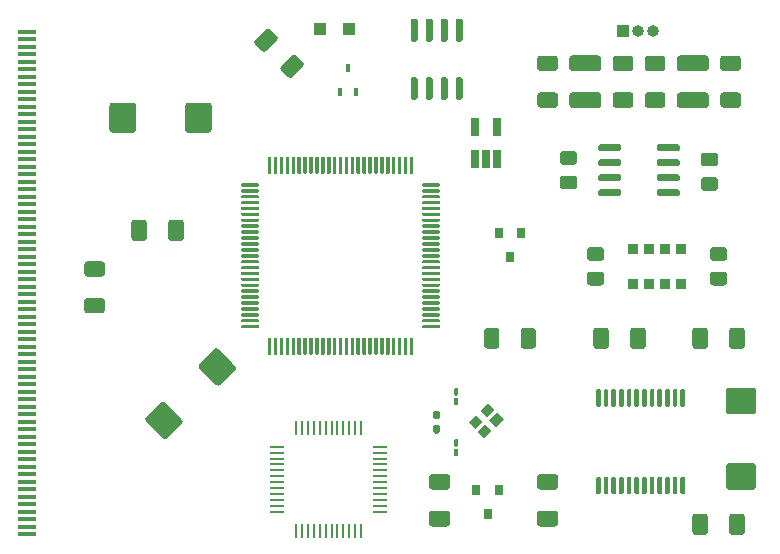
<source format=gbr>
G04 #@! TF.GenerationSoftware,KiCad,Pcbnew,(5.1.10)-1*
G04 #@! TF.CreationDate,2021-11-30T15:46:28+00:00*
G04 #@! TF.ProjectId,pc_card_sound_barker,70635f63-6172-4645-9f73-6f756e645f62,rev?*
G04 #@! TF.SameCoordinates,Original*
G04 #@! TF.FileFunction,Soldermask,Top*
G04 #@! TF.FilePolarity,Negative*
%FSLAX46Y46*%
G04 Gerber Fmt 4.6, Leading zero omitted, Abs format (unit mm)*
G04 Created by KiCad (PCBNEW (5.1.10)-1) date 2021-11-30 15:46:28*
%MOMM*%
%LPD*%
G01*
G04 APERTURE LIST*
%ADD10R,1.000000X1.000000*%
%ADD11R,0.900000X0.900000*%
%ADD12R,0.650000X1.560000*%
%ADD13R,0.800000X0.900000*%
%ADD14R,0.450000X0.700000*%
%ADD15C,0.100000*%
%ADD16O,1.000000X1.000000*%
%ADD17R,1.300000X0.250000*%
%ADD18R,0.250000X1.300000*%
%ADD19R,1.498600X0.304800*%
G04 APERTURE END LIST*
G04 #@! TO.C,IC4*
G36*
G01*
X154583000Y-73256000D02*
X154583000Y-73556000D01*
G75*
G02*
X154433000Y-73706000I-150000J0D01*
G01*
X152783000Y-73706000D01*
G75*
G02*
X152633000Y-73556000I0J150000D01*
G01*
X152633000Y-73256000D01*
G75*
G02*
X152783000Y-73106000I150000J0D01*
G01*
X154433000Y-73106000D01*
G75*
G02*
X154583000Y-73256000I0J-150000D01*
G01*
G37*
G36*
G01*
X154583000Y-71986000D02*
X154583000Y-72286000D01*
G75*
G02*
X154433000Y-72436000I-150000J0D01*
G01*
X152783000Y-72436000D01*
G75*
G02*
X152633000Y-72286000I0J150000D01*
G01*
X152633000Y-71986000D01*
G75*
G02*
X152783000Y-71836000I150000J0D01*
G01*
X154433000Y-71836000D01*
G75*
G02*
X154583000Y-71986000I0J-150000D01*
G01*
G37*
G36*
G01*
X154583000Y-70716000D02*
X154583000Y-71016000D01*
G75*
G02*
X154433000Y-71166000I-150000J0D01*
G01*
X152783000Y-71166000D01*
G75*
G02*
X152633000Y-71016000I0J150000D01*
G01*
X152633000Y-70716000D01*
G75*
G02*
X152783000Y-70566000I150000J0D01*
G01*
X154433000Y-70566000D01*
G75*
G02*
X154583000Y-70716000I0J-150000D01*
G01*
G37*
G36*
G01*
X154583000Y-69446000D02*
X154583000Y-69746000D01*
G75*
G02*
X154433000Y-69896000I-150000J0D01*
G01*
X152783000Y-69896000D01*
G75*
G02*
X152633000Y-69746000I0J150000D01*
G01*
X152633000Y-69446000D01*
G75*
G02*
X152783000Y-69296000I150000J0D01*
G01*
X154433000Y-69296000D01*
G75*
G02*
X154583000Y-69446000I0J-150000D01*
G01*
G37*
G36*
G01*
X159533000Y-69446000D02*
X159533000Y-69746000D01*
G75*
G02*
X159383000Y-69896000I-150000J0D01*
G01*
X157733000Y-69896000D01*
G75*
G02*
X157583000Y-69746000I0J150000D01*
G01*
X157583000Y-69446000D01*
G75*
G02*
X157733000Y-69296000I150000J0D01*
G01*
X159383000Y-69296000D01*
G75*
G02*
X159533000Y-69446000I0J-150000D01*
G01*
G37*
G36*
G01*
X159533000Y-70716000D02*
X159533000Y-71016000D01*
G75*
G02*
X159383000Y-71166000I-150000J0D01*
G01*
X157733000Y-71166000D01*
G75*
G02*
X157583000Y-71016000I0J150000D01*
G01*
X157583000Y-70716000D01*
G75*
G02*
X157733000Y-70566000I150000J0D01*
G01*
X159383000Y-70566000D01*
G75*
G02*
X159533000Y-70716000I0J-150000D01*
G01*
G37*
G36*
G01*
X159533000Y-71986000D02*
X159533000Y-72286000D01*
G75*
G02*
X159383000Y-72436000I-150000J0D01*
G01*
X157733000Y-72436000D01*
G75*
G02*
X157583000Y-72286000I0J150000D01*
G01*
X157583000Y-71986000D01*
G75*
G02*
X157733000Y-71836000I150000J0D01*
G01*
X159383000Y-71836000D01*
G75*
G02*
X159533000Y-71986000I0J-150000D01*
G01*
G37*
G36*
G01*
X159533000Y-73256000D02*
X159533000Y-73556000D01*
G75*
G02*
X159383000Y-73706000I-150000J0D01*
G01*
X157733000Y-73706000D01*
G75*
G02*
X157583000Y-73556000I0J150000D01*
G01*
X157583000Y-73256000D01*
G75*
G02*
X157733000Y-73106000I150000J0D01*
G01*
X159383000Y-73106000D01*
G75*
G02*
X159533000Y-73256000I0J-150000D01*
G01*
G37*
G04 #@! TD*
G04 #@! TO.C,U1*
G36*
G01*
X123810000Y-84890000D02*
X122485000Y-84890000D01*
G75*
G02*
X122410000Y-84815000I0J75000D01*
G01*
X122410000Y-84665000D01*
G75*
G02*
X122485000Y-84590000I75000J0D01*
G01*
X123810000Y-84590000D01*
G75*
G02*
X123885000Y-84665000I0J-75000D01*
G01*
X123885000Y-84815000D01*
G75*
G02*
X123810000Y-84890000I-75000J0D01*
G01*
G37*
G36*
G01*
X123810000Y-84390000D02*
X122485000Y-84390000D01*
G75*
G02*
X122410000Y-84315000I0J75000D01*
G01*
X122410000Y-84165000D01*
G75*
G02*
X122485000Y-84090000I75000J0D01*
G01*
X123810000Y-84090000D01*
G75*
G02*
X123885000Y-84165000I0J-75000D01*
G01*
X123885000Y-84315000D01*
G75*
G02*
X123810000Y-84390000I-75000J0D01*
G01*
G37*
G36*
G01*
X123810000Y-83890000D02*
X122485000Y-83890000D01*
G75*
G02*
X122410000Y-83815000I0J75000D01*
G01*
X122410000Y-83665000D01*
G75*
G02*
X122485000Y-83590000I75000J0D01*
G01*
X123810000Y-83590000D01*
G75*
G02*
X123885000Y-83665000I0J-75000D01*
G01*
X123885000Y-83815000D01*
G75*
G02*
X123810000Y-83890000I-75000J0D01*
G01*
G37*
G36*
G01*
X123810000Y-83390000D02*
X122485000Y-83390000D01*
G75*
G02*
X122410000Y-83315000I0J75000D01*
G01*
X122410000Y-83165000D01*
G75*
G02*
X122485000Y-83090000I75000J0D01*
G01*
X123810000Y-83090000D01*
G75*
G02*
X123885000Y-83165000I0J-75000D01*
G01*
X123885000Y-83315000D01*
G75*
G02*
X123810000Y-83390000I-75000J0D01*
G01*
G37*
G36*
G01*
X123810000Y-82890000D02*
X122485000Y-82890000D01*
G75*
G02*
X122410000Y-82815000I0J75000D01*
G01*
X122410000Y-82665000D01*
G75*
G02*
X122485000Y-82590000I75000J0D01*
G01*
X123810000Y-82590000D01*
G75*
G02*
X123885000Y-82665000I0J-75000D01*
G01*
X123885000Y-82815000D01*
G75*
G02*
X123810000Y-82890000I-75000J0D01*
G01*
G37*
G36*
G01*
X123810000Y-82390000D02*
X122485000Y-82390000D01*
G75*
G02*
X122410000Y-82315000I0J75000D01*
G01*
X122410000Y-82165000D01*
G75*
G02*
X122485000Y-82090000I75000J0D01*
G01*
X123810000Y-82090000D01*
G75*
G02*
X123885000Y-82165000I0J-75000D01*
G01*
X123885000Y-82315000D01*
G75*
G02*
X123810000Y-82390000I-75000J0D01*
G01*
G37*
G36*
G01*
X123810000Y-81890000D02*
X122485000Y-81890000D01*
G75*
G02*
X122410000Y-81815000I0J75000D01*
G01*
X122410000Y-81665000D01*
G75*
G02*
X122485000Y-81590000I75000J0D01*
G01*
X123810000Y-81590000D01*
G75*
G02*
X123885000Y-81665000I0J-75000D01*
G01*
X123885000Y-81815000D01*
G75*
G02*
X123810000Y-81890000I-75000J0D01*
G01*
G37*
G36*
G01*
X123810000Y-81390000D02*
X122485000Y-81390000D01*
G75*
G02*
X122410000Y-81315000I0J75000D01*
G01*
X122410000Y-81165000D01*
G75*
G02*
X122485000Y-81090000I75000J0D01*
G01*
X123810000Y-81090000D01*
G75*
G02*
X123885000Y-81165000I0J-75000D01*
G01*
X123885000Y-81315000D01*
G75*
G02*
X123810000Y-81390000I-75000J0D01*
G01*
G37*
G36*
G01*
X123810000Y-80890000D02*
X122485000Y-80890000D01*
G75*
G02*
X122410000Y-80815000I0J75000D01*
G01*
X122410000Y-80665000D01*
G75*
G02*
X122485000Y-80590000I75000J0D01*
G01*
X123810000Y-80590000D01*
G75*
G02*
X123885000Y-80665000I0J-75000D01*
G01*
X123885000Y-80815000D01*
G75*
G02*
X123810000Y-80890000I-75000J0D01*
G01*
G37*
G36*
G01*
X123810000Y-80390000D02*
X122485000Y-80390000D01*
G75*
G02*
X122410000Y-80315000I0J75000D01*
G01*
X122410000Y-80165000D01*
G75*
G02*
X122485000Y-80090000I75000J0D01*
G01*
X123810000Y-80090000D01*
G75*
G02*
X123885000Y-80165000I0J-75000D01*
G01*
X123885000Y-80315000D01*
G75*
G02*
X123810000Y-80390000I-75000J0D01*
G01*
G37*
G36*
G01*
X123810000Y-79890000D02*
X122485000Y-79890000D01*
G75*
G02*
X122410000Y-79815000I0J75000D01*
G01*
X122410000Y-79665000D01*
G75*
G02*
X122485000Y-79590000I75000J0D01*
G01*
X123810000Y-79590000D01*
G75*
G02*
X123885000Y-79665000I0J-75000D01*
G01*
X123885000Y-79815000D01*
G75*
G02*
X123810000Y-79890000I-75000J0D01*
G01*
G37*
G36*
G01*
X123810000Y-79390000D02*
X122485000Y-79390000D01*
G75*
G02*
X122410000Y-79315000I0J75000D01*
G01*
X122410000Y-79165000D01*
G75*
G02*
X122485000Y-79090000I75000J0D01*
G01*
X123810000Y-79090000D01*
G75*
G02*
X123885000Y-79165000I0J-75000D01*
G01*
X123885000Y-79315000D01*
G75*
G02*
X123810000Y-79390000I-75000J0D01*
G01*
G37*
G36*
G01*
X123810000Y-78890000D02*
X122485000Y-78890000D01*
G75*
G02*
X122410000Y-78815000I0J75000D01*
G01*
X122410000Y-78665000D01*
G75*
G02*
X122485000Y-78590000I75000J0D01*
G01*
X123810000Y-78590000D01*
G75*
G02*
X123885000Y-78665000I0J-75000D01*
G01*
X123885000Y-78815000D01*
G75*
G02*
X123810000Y-78890000I-75000J0D01*
G01*
G37*
G36*
G01*
X123810000Y-78390000D02*
X122485000Y-78390000D01*
G75*
G02*
X122410000Y-78315000I0J75000D01*
G01*
X122410000Y-78165000D01*
G75*
G02*
X122485000Y-78090000I75000J0D01*
G01*
X123810000Y-78090000D01*
G75*
G02*
X123885000Y-78165000I0J-75000D01*
G01*
X123885000Y-78315000D01*
G75*
G02*
X123810000Y-78390000I-75000J0D01*
G01*
G37*
G36*
G01*
X123810000Y-77890000D02*
X122485000Y-77890000D01*
G75*
G02*
X122410000Y-77815000I0J75000D01*
G01*
X122410000Y-77665000D01*
G75*
G02*
X122485000Y-77590000I75000J0D01*
G01*
X123810000Y-77590000D01*
G75*
G02*
X123885000Y-77665000I0J-75000D01*
G01*
X123885000Y-77815000D01*
G75*
G02*
X123810000Y-77890000I-75000J0D01*
G01*
G37*
G36*
G01*
X123810000Y-77390000D02*
X122485000Y-77390000D01*
G75*
G02*
X122410000Y-77315000I0J75000D01*
G01*
X122410000Y-77165000D01*
G75*
G02*
X122485000Y-77090000I75000J0D01*
G01*
X123810000Y-77090000D01*
G75*
G02*
X123885000Y-77165000I0J-75000D01*
G01*
X123885000Y-77315000D01*
G75*
G02*
X123810000Y-77390000I-75000J0D01*
G01*
G37*
G36*
G01*
X123810000Y-76890000D02*
X122485000Y-76890000D01*
G75*
G02*
X122410000Y-76815000I0J75000D01*
G01*
X122410000Y-76665000D01*
G75*
G02*
X122485000Y-76590000I75000J0D01*
G01*
X123810000Y-76590000D01*
G75*
G02*
X123885000Y-76665000I0J-75000D01*
G01*
X123885000Y-76815000D01*
G75*
G02*
X123810000Y-76890000I-75000J0D01*
G01*
G37*
G36*
G01*
X123810000Y-76390000D02*
X122485000Y-76390000D01*
G75*
G02*
X122410000Y-76315000I0J75000D01*
G01*
X122410000Y-76165000D01*
G75*
G02*
X122485000Y-76090000I75000J0D01*
G01*
X123810000Y-76090000D01*
G75*
G02*
X123885000Y-76165000I0J-75000D01*
G01*
X123885000Y-76315000D01*
G75*
G02*
X123810000Y-76390000I-75000J0D01*
G01*
G37*
G36*
G01*
X123810000Y-75890000D02*
X122485000Y-75890000D01*
G75*
G02*
X122410000Y-75815000I0J75000D01*
G01*
X122410000Y-75665000D01*
G75*
G02*
X122485000Y-75590000I75000J0D01*
G01*
X123810000Y-75590000D01*
G75*
G02*
X123885000Y-75665000I0J-75000D01*
G01*
X123885000Y-75815000D01*
G75*
G02*
X123810000Y-75890000I-75000J0D01*
G01*
G37*
G36*
G01*
X123810000Y-75390000D02*
X122485000Y-75390000D01*
G75*
G02*
X122410000Y-75315000I0J75000D01*
G01*
X122410000Y-75165000D01*
G75*
G02*
X122485000Y-75090000I75000J0D01*
G01*
X123810000Y-75090000D01*
G75*
G02*
X123885000Y-75165000I0J-75000D01*
G01*
X123885000Y-75315000D01*
G75*
G02*
X123810000Y-75390000I-75000J0D01*
G01*
G37*
G36*
G01*
X123810000Y-74890000D02*
X122485000Y-74890000D01*
G75*
G02*
X122410000Y-74815000I0J75000D01*
G01*
X122410000Y-74665000D01*
G75*
G02*
X122485000Y-74590000I75000J0D01*
G01*
X123810000Y-74590000D01*
G75*
G02*
X123885000Y-74665000I0J-75000D01*
G01*
X123885000Y-74815000D01*
G75*
G02*
X123810000Y-74890000I-75000J0D01*
G01*
G37*
G36*
G01*
X123810000Y-74390000D02*
X122485000Y-74390000D01*
G75*
G02*
X122410000Y-74315000I0J75000D01*
G01*
X122410000Y-74165000D01*
G75*
G02*
X122485000Y-74090000I75000J0D01*
G01*
X123810000Y-74090000D01*
G75*
G02*
X123885000Y-74165000I0J-75000D01*
G01*
X123885000Y-74315000D01*
G75*
G02*
X123810000Y-74390000I-75000J0D01*
G01*
G37*
G36*
G01*
X123810000Y-73890000D02*
X122485000Y-73890000D01*
G75*
G02*
X122410000Y-73815000I0J75000D01*
G01*
X122410000Y-73665000D01*
G75*
G02*
X122485000Y-73590000I75000J0D01*
G01*
X123810000Y-73590000D01*
G75*
G02*
X123885000Y-73665000I0J-75000D01*
G01*
X123885000Y-73815000D01*
G75*
G02*
X123810000Y-73890000I-75000J0D01*
G01*
G37*
G36*
G01*
X123810000Y-73390000D02*
X122485000Y-73390000D01*
G75*
G02*
X122410000Y-73315000I0J75000D01*
G01*
X122410000Y-73165000D01*
G75*
G02*
X122485000Y-73090000I75000J0D01*
G01*
X123810000Y-73090000D01*
G75*
G02*
X123885000Y-73165000I0J-75000D01*
G01*
X123885000Y-73315000D01*
G75*
G02*
X123810000Y-73390000I-75000J0D01*
G01*
G37*
G36*
G01*
X123810000Y-72890000D02*
X122485000Y-72890000D01*
G75*
G02*
X122410000Y-72815000I0J75000D01*
G01*
X122410000Y-72665000D01*
G75*
G02*
X122485000Y-72590000I75000J0D01*
G01*
X123810000Y-72590000D01*
G75*
G02*
X123885000Y-72665000I0J-75000D01*
G01*
X123885000Y-72815000D01*
G75*
G02*
X123810000Y-72890000I-75000J0D01*
G01*
G37*
G36*
G01*
X124885000Y-71815000D02*
X124735000Y-71815000D01*
G75*
G02*
X124660000Y-71740000I0J75000D01*
G01*
X124660000Y-70415000D01*
G75*
G02*
X124735000Y-70340000I75000J0D01*
G01*
X124885000Y-70340000D01*
G75*
G02*
X124960000Y-70415000I0J-75000D01*
G01*
X124960000Y-71740000D01*
G75*
G02*
X124885000Y-71815000I-75000J0D01*
G01*
G37*
G36*
G01*
X125385000Y-71815000D02*
X125235000Y-71815000D01*
G75*
G02*
X125160000Y-71740000I0J75000D01*
G01*
X125160000Y-70415000D01*
G75*
G02*
X125235000Y-70340000I75000J0D01*
G01*
X125385000Y-70340000D01*
G75*
G02*
X125460000Y-70415000I0J-75000D01*
G01*
X125460000Y-71740000D01*
G75*
G02*
X125385000Y-71815000I-75000J0D01*
G01*
G37*
G36*
G01*
X125885000Y-71815000D02*
X125735000Y-71815000D01*
G75*
G02*
X125660000Y-71740000I0J75000D01*
G01*
X125660000Y-70415000D01*
G75*
G02*
X125735000Y-70340000I75000J0D01*
G01*
X125885000Y-70340000D01*
G75*
G02*
X125960000Y-70415000I0J-75000D01*
G01*
X125960000Y-71740000D01*
G75*
G02*
X125885000Y-71815000I-75000J0D01*
G01*
G37*
G36*
G01*
X126385000Y-71815000D02*
X126235000Y-71815000D01*
G75*
G02*
X126160000Y-71740000I0J75000D01*
G01*
X126160000Y-70415000D01*
G75*
G02*
X126235000Y-70340000I75000J0D01*
G01*
X126385000Y-70340000D01*
G75*
G02*
X126460000Y-70415000I0J-75000D01*
G01*
X126460000Y-71740000D01*
G75*
G02*
X126385000Y-71815000I-75000J0D01*
G01*
G37*
G36*
G01*
X126885000Y-71815000D02*
X126735000Y-71815000D01*
G75*
G02*
X126660000Y-71740000I0J75000D01*
G01*
X126660000Y-70415000D01*
G75*
G02*
X126735000Y-70340000I75000J0D01*
G01*
X126885000Y-70340000D01*
G75*
G02*
X126960000Y-70415000I0J-75000D01*
G01*
X126960000Y-71740000D01*
G75*
G02*
X126885000Y-71815000I-75000J0D01*
G01*
G37*
G36*
G01*
X127385000Y-71815000D02*
X127235000Y-71815000D01*
G75*
G02*
X127160000Y-71740000I0J75000D01*
G01*
X127160000Y-70415000D01*
G75*
G02*
X127235000Y-70340000I75000J0D01*
G01*
X127385000Y-70340000D01*
G75*
G02*
X127460000Y-70415000I0J-75000D01*
G01*
X127460000Y-71740000D01*
G75*
G02*
X127385000Y-71815000I-75000J0D01*
G01*
G37*
G36*
G01*
X127885000Y-71815000D02*
X127735000Y-71815000D01*
G75*
G02*
X127660000Y-71740000I0J75000D01*
G01*
X127660000Y-70415000D01*
G75*
G02*
X127735000Y-70340000I75000J0D01*
G01*
X127885000Y-70340000D01*
G75*
G02*
X127960000Y-70415000I0J-75000D01*
G01*
X127960000Y-71740000D01*
G75*
G02*
X127885000Y-71815000I-75000J0D01*
G01*
G37*
G36*
G01*
X128385000Y-71815000D02*
X128235000Y-71815000D01*
G75*
G02*
X128160000Y-71740000I0J75000D01*
G01*
X128160000Y-70415000D01*
G75*
G02*
X128235000Y-70340000I75000J0D01*
G01*
X128385000Y-70340000D01*
G75*
G02*
X128460000Y-70415000I0J-75000D01*
G01*
X128460000Y-71740000D01*
G75*
G02*
X128385000Y-71815000I-75000J0D01*
G01*
G37*
G36*
G01*
X128885000Y-71815000D02*
X128735000Y-71815000D01*
G75*
G02*
X128660000Y-71740000I0J75000D01*
G01*
X128660000Y-70415000D01*
G75*
G02*
X128735000Y-70340000I75000J0D01*
G01*
X128885000Y-70340000D01*
G75*
G02*
X128960000Y-70415000I0J-75000D01*
G01*
X128960000Y-71740000D01*
G75*
G02*
X128885000Y-71815000I-75000J0D01*
G01*
G37*
G36*
G01*
X129385000Y-71815000D02*
X129235000Y-71815000D01*
G75*
G02*
X129160000Y-71740000I0J75000D01*
G01*
X129160000Y-70415000D01*
G75*
G02*
X129235000Y-70340000I75000J0D01*
G01*
X129385000Y-70340000D01*
G75*
G02*
X129460000Y-70415000I0J-75000D01*
G01*
X129460000Y-71740000D01*
G75*
G02*
X129385000Y-71815000I-75000J0D01*
G01*
G37*
G36*
G01*
X129885000Y-71815000D02*
X129735000Y-71815000D01*
G75*
G02*
X129660000Y-71740000I0J75000D01*
G01*
X129660000Y-70415000D01*
G75*
G02*
X129735000Y-70340000I75000J0D01*
G01*
X129885000Y-70340000D01*
G75*
G02*
X129960000Y-70415000I0J-75000D01*
G01*
X129960000Y-71740000D01*
G75*
G02*
X129885000Y-71815000I-75000J0D01*
G01*
G37*
G36*
G01*
X130385000Y-71815000D02*
X130235000Y-71815000D01*
G75*
G02*
X130160000Y-71740000I0J75000D01*
G01*
X130160000Y-70415000D01*
G75*
G02*
X130235000Y-70340000I75000J0D01*
G01*
X130385000Y-70340000D01*
G75*
G02*
X130460000Y-70415000I0J-75000D01*
G01*
X130460000Y-71740000D01*
G75*
G02*
X130385000Y-71815000I-75000J0D01*
G01*
G37*
G36*
G01*
X130885000Y-71815000D02*
X130735000Y-71815000D01*
G75*
G02*
X130660000Y-71740000I0J75000D01*
G01*
X130660000Y-70415000D01*
G75*
G02*
X130735000Y-70340000I75000J0D01*
G01*
X130885000Y-70340000D01*
G75*
G02*
X130960000Y-70415000I0J-75000D01*
G01*
X130960000Y-71740000D01*
G75*
G02*
X130885000Y-71815000I-75000J0D01*
G01*
G37*
G36*
G01*
X131385000Y-71815000D02*
X131235000Y-71815000D01*
G75*
G02*
X131160000Y-71740000I0J75000D01*
G01*
X131160000Y-70415000D01*
G75*
G02*
X131235000Y-70340000I75000J0D01*
G01*
X131385000Y-70340000D01*
G75*
G02*
X131460000Y-70415000I0J-75000D01*
G01*
X131460000Y-71740000D01*
G75*
G02*
X131385000Y-71815000I-75000J0D01*
G01*
G37*
G36*
G01*
X131885000Y-71815000D02*
X131735000Y-71815000D01*
G75*
G02*
X131660000Y-71740000I0J75000D01*
G01*
X131660000Y-70415000D01*
G75*
G02*
X131735000Y-70340000I75000J0D01*
G01*
X131885000Y-70340000D01*
G75*
G02*
X131960000Y-70415000I0J-75000D01*
G01*
X131960000Y-71740000D01*
G75*
G02*
X131885000Y-71815000I-75000J0D01*
G01*
G37*
G36*
G01*
X132385000Y-71815000D02*
X132235000Y-71815000D01*
G75*
G02*
X132160000Y-71740000I0J75000D01*
G01*
X132160000Y-70415000D01*
G75*
G02*
X132235000Y-70340000I75000J0D01*
G01*
X132385000Y-70340000D01*
G75*
G02*
X132460000Y-70415000I0J-75000D01*
G01*
X132460000Y-71740000D01*
G75*
G02*
X132385000Y-71815000I-75000J0D01*
G01*
G37*
G36*
G01*
X132885000Y-71815000D02*
X132735000Y-71815000D01*
G75*
G02*
X132660000Y-71740000I0J75000D01*
G01*
X132660000Y-70415000D01*
G75*
G02*
X132735000Y-70340000I75000J0D01*
G01*
X132885000Y-70340000D01*
G75*
G02*
X132960000Y-70415000I0J-75000D01*
G01*
X132960000Y-71740000D01*
G75*
G02*
X132885000Y-71815000I-75000J0D01*
G01*
G37*
G36*
G01*
X133385000Y-71815000D02*
X133235000Y-71815000D01*
G75*
G02*
X133160000Y-71740000I0J75000D01*
G01*
X133160000Y-70415000D01*
G75*
G02*
X133235000Y-70340000I75000J0D01*
G01*
X133385000Y-70340000D01*
G75*
G02*
X133460000Y-70415000I0J-75000D01*
G01*
X133460000Y-71740000D01*
G75*
G02*
X133385000Y-71815000I-75000J0D01*
G01*
G37*
G36*
G01*
X133885000Y-71815000D02*
X133735000Y-71815000D01*
G75*
G02*
X133660000Y-71740000I0J75000D01*
G01*
X133660000Y-70415000D01*
G75*
G02*
X133735000Y-70340000I75000J0D01*
G01*
X133885000Y-70340000D01*
G75*
G02*
X133960000Y-70415000I0J-75000D01*
G01*
X133960000Y-71740000D01*
G75*
G02*
X133885000Y-71815000I-75000J0D01*
G01*
G37*
G36*
G01*
X134385000Y-71815000D02*
X134235000Y-71815000D01*
G75*
G02*
X134160000Y-71740000I0J75000D01*
G01*
X134160000Y-70415000D01*
G75*
G02*
X134235000Y-70340000I75000J0D01*
G01*
X134385000Y-70340000D01*
G75*
G02*
X134460000Y-70415000I0J-75000D01*
G01*
X134460000Y-71740000D01*
G75*
G02*
X134385000Y-71815000I-75000J0D01*
G01*
G37*
G36*
G01*
X134885000Y-71815000D02*
X134735000Y-71815000D01*
G75*
G02*
X134660000Y-71740000I0J75000D01*
G01*
X134660000Y-70415000D01*
G75*
G02*
X134735000Y-70340000I75000J0D01*
G01*
X134885000Y-70340000D01*
G75*
G02*
X134960000Y-70415000I0J-75000D01*
G01*
X134960000Y-71740000D01*
G75*
G02*
X134885000Y-71815000I-75000J0D01*
G01*
G37*
G36*
G01*
X135385000Y-71815000D02*
X135235000Y-71815000D01*
G75*
G02*
X135160000Y-71740000I0J75000D01*
G01*
X135160000Y-70415000D01*
G75*
G02*
X135235000Y-70340000I75000J0D01*
G01*
X135385000Y-70340000D01*
G75*
G02*
X135460000Y-70415000I0J-75000D01*
G01*
X135460000Y-71740000D01*
G75*
G02*
X135385000Y-71815000I-75000J0D01*
G01*
G37*
G36*
G01*
X135885000Y-71815000D02*
X135735000Y-71815000D01*
G75*
G02*
X135660000Y-71740000I0J75000D01*
G01*
X135660000Y-70415000D01*
G75*
G02*
X135735000Y-70340000I75000J0D01*
G01*
X135885000Y-70340000D01*
G75*
G02*
X135960000Y-70415000I0J-75000D01*
G01*
X135960000Y-71740000D01*
G75*
G02*
X135885000Y-71815000I-75000J0D01*
G01*
G37*
G36*
G01*
X136385000Y-71815000D02*
X136235000Y-71815000D01*
G75*
G02*
X136160000Y-71740000I0J75000D01*
G01*
X136160000Y-70415000D01*
G75*
G02*
X136235000Y-70340000I75000J0D01*
G01*
X136385000Y-70340000D01*
G75*
G02*
X136460000Y-70415000I0J-75000D01*
G01*
X136460000Y-71740000D01*
G75*
G02*
X136385000Y-71815000I-75000J0D01*
G01*
G37*
G36*
G01*
X136885000Y-71815000D02*
X136735000Y-71815000D01*
G75*
G02*
X136660000Y-71740000I0J75000D01*
G01*
X136660000Y-70415000D01*
G75*
G02*
X136735000Y-70340000I75000J0D01*
G01*
X136885000Y-70340000D01*
G75*
G02*
X136960000Y-70415000I0J-75000D01*
G01*
X136960000Y-71740000D01*
G75*
G02*
X136885000Y-71815000I-75000J0D01*
G01*
G37*
G36*
G01*
X139135000Y-72890000D02*
X137810000Y-72890000D01*
G75*
G02*
X137735000Y-72815000I0J75000D01*
G01*
X137735000Y-72665000D01*
G75*
G02*
X137810000Y-72590000I75000J0D01*
G01*
X139135000Y-72590000D01*
G75*
G02*
X139210000Y-72665000I0J-75000D01*
G01*
X139210000Y-72815000D01*
G75*
G02*
X139135000Y-72890000I-75000J0D01*
G01*
G37*
G36*
G01*
X139135000Y-73390000D02*
X137810000Y-73390000D01*
G75*
G02*
X137735000Y-73315000I0J75000D01*
G01*
X137735000Y-73165000D01*
G75*
G02*
X137810000Y-73090000I75000J0D01*
G01*
X139135000Y-73090000D01*
G75*
G02*
X139210000Y-73165000I0J-75000D01*
G01*
X139210000Y-73315000D01*
G75*
G02*
X139135000Y-73390000I-75000J0D01*
G01*
G37*
G36*
G01*
X139135000Y-73890000D02*
X137810000Y-73890000D01*
G75*
G02*
X137735000Y-73815000I0J75000D01*
G01*
X137735000Y-73665000D01*
G75*
G02*
X137810000Y-73590000I75000J0D01*
G01*
X139135000Y-73590000D01*
G75*
G02*
X139210000Y-73665000I0J-75000D01*
G01*
X139210000Y-73815000D01*
G75*
G02*
X139135000Y-73890000I-75000J0D01*
G01*
G37*
G36*
G01*
X139135000Y-74390000D02*
X137810000Y-74390000D01*
G75*
G02*
X137735000Y-74315000I0J75000D01*
G01*
X137735000Y-74165000D01*
G75*
G02*
X137810000Y-74090000I75000J0D01*
G01*
X139135000Y-74090000D01*
G75*
G02*
X139210000Y-74165000I0J-75000D01*
G01*
X139210000Y-74315000D01*
G75*
G02*
X139135000Y-74390000I-75000J0D01*
G01*
G37*
G36*
G01*
X139135000Y-74890000D02*
X137810000Y-74890000D01*
G75*
G02*
X137735000Y-74815000I0J75000D01*
G01*
X137735000Y-74665000D01*
G75*
G02*
X137810000Y-74590000I75000J0D01*
G01*
X139135000Y-74590000D01*
G75*
G02*
X139210000Y-74665000I0J-75000D01*
G01*
X139210000Y-74815000D01*
G75*
G02*
X139135000Y-74890000I-75000J0D01*
G01*
G37*
G36*
G01*
X139135000Y-75390000D02*
X137810000Y-75390000D01*
G75*
G02*
X137735000Y-75315000I0J75000D01*
G01*
X137735000Y-75165000D01*
G75*
G02*
X137810000Y-75090000I75000J0D01*
G01*
X139135000Y-75090000D01*
G75*
G02*
X139210000Y-75165000I0J-75000D01*
G01*
X139210000Y-75315000D01*
G75*
G02*
X139135000Y-75390000I-75000J0D01*
G01*
G37*
G36*
G01*
X139135000Y-75890000D02*
X137810000Y-75890000D01*
G75*
G02*
X137735000Y-75815000I0J75000D01*
G01*
X137735000Y-75665000D01*
G75*
G02*
X137810000Y-75590000I75000J0D01*
G01*
X139135000Y-75590000D01*
G75*
G02*
X139210000Y-75665000I0J-75000D01*
G01*
X139210000Y-75815000D01*
G75*
G02*
X139135000Y-75890000I-75000J0D01*
G01*
G37*
G36*
G01*
X139135000Y-76390000D02*
X137810000Y-76390000D01*
G75*
G02*
X137735000Y-76315000I0J75000D01*
G01*
X137735000Y-76165000D01*
G75*
G02*
X137810000Y-76090000I75000J0D01*
G01*
X139135000Y-76090000D01*
G75*
G02*
X139210000Y-76165000I0J-75000D01*
G01*
X139210000Y-76315000D01*
G75*
G02*
X139135000Y-76390000I-75000J0D01*
G01*
G37*
G36*
G01*
X139135000Y-76890000D02*
X137810000Y-76890000D01*
G75*
G02*
X137735000Y-76815000I0J75000D01*
G01*
X137735000Y-76665000D01*
G75*
G02*
X137810000Y-76590000I75000J0D01*
G01*
X139135000Y-76590000D01*
G75*
G02*
X139210000Y-76665000I0J-75000D01*
G01*
X139210000Y-76815000D01*
G75*
G02*
X139135000Y-76890000I-75000J0D01*
G01*
G37*
G36*
G01*
X139135000Y-77390000D02*
X137810000Y-77390000D01*
G75*
G02*
X137735000Y-77315000I0J75000D01*
G01*
X137735000Y-77165000D01*
G75*
G02*
X137810000Y-77090000I75000J0D01*
G01*
X139135000Y-77090000D01*
G75*
G02*
X139210000Y-77165000I0J-75000D01*
G01*
X139210000Y-77315000D01*
G75*
G02*
X139135000Y-77390000I-75000J0D01*
G01*
G37*
G36*
G01*
X139135000Y-77890000D02*
X137810000Y-77890000D01*
G75*
G02*
X137735000Y-77815000I0J75000D01*
G01*
X137735000Y-77665000D01*
G75*
G02*
X137810000Y-77590000I75000J0D01*
G01*
X139135000Y-77590000D01*
G75*
G02*
X139210000Y-77665000I0J-75000D01*
G01*
X139210000Y-77815000D01*
G75*
G02*
X139135000Y-77890000I-75000J0D01*
G01*
G37*
G36*
G01*
X139135000Y-78390000D02*
X137810000Y-78390000D01*
G75*
G02*
X137735000Y-78315000I0J75000D01*
G01*
X137735000Y-78165000D01*
G75*
G02*
X137810000Y-78090000I75000J0D01*
G01*
X139135000Y-78090000D01*
G75*
G02*
X139210000Y-78165000I0J-75000D01*
G01*
X139210000Y-78315000D01*
G75*
G02*
X139135000Y-78390000I-75000J0D01*
G01*
G37*
G36*
G01*
X139135000Y-78890000D02*
X137810000Y-78890000D01*
G75*
G02*
X137735000Y-78815000I0J75000D01*
G01*
X137735000Y-78665000D01*
G75*
G02*
X137810000Y-78590000I75000J0D01*
G01*
X139135000Y-78590000D01*
G75*
G02*
X139210000Y-78665000I0J-75000D01*
G01*
X139210000Y-78815000D01*
G75*
G02*
X139135000Y-78890000I-75000J0D01*
G01*
G37*
G36*
G01*
X139135000Y-79390000D02*
X137810000Y-79390000D01*
G75*
G02*
X137735000Y-79315000I0J75000D01*
G01*
X137735000Y-79165000D01*
G75*
G02*
X137810000Y-79090000I75000J0D01*
G01*
X139135000Y-79090000D01*
G75*
G02*
X139210000Y-79165000I0J-75000D01*
G01*
X139210000Y-79315000D01*
G75*
G02*
X139135000Y-79390000I-75000J0D01*
G01*
G37*
G36*
G01*
X139135000Y-79890000D02*
X137810000Y-79890000D01*
G75*
G02*
X137735000Y-79815000I0J75000D01*
G01*
X137735000Y-79665000D01*
G75*
G02*
X137810000Y-79590000I75000J0D01*
G01*
X139135000Y-79590000D01*
G75*
G02*
X139210000Y-79665000I0J-75000D01*
G01*
X139210000Y-79815000D01*
G75*
G02*
X139135000Y-79890000I-75000J0D01*
G01*
G37*
G36*
G01*
X139135000Y-80390000D02*
X137810000Y-80390000D01*
G75*
G02*
X137735000Y-80315000I0J75000D01*
G01*
X137735000Y-80165000D01*
G75*
G02*
X137810000Y-80090000I75000J0D01*
G01*
X139135000Y-80090000D01*
G75*
G02*
X139210000Y-80165000I0J-75000D01*
G01*
X139210000Y-80315000D01*
G75*
G02*
X139135000Y-80390000I-75000J0D01*
G01*
G37*
G36*
G01*
X139135000Y-80890000D02*
X137810000Y-80890000D01*
G75*
G02*
X137735000Y-80815000I0J75000D01*
G01*
X137735000Y-80665000D01*
G75*
G02*
X137810000Y-80590000I75000J0D01*
G01*
X139135000Y-80590000D01*
G75*
G02*
X139210000Y-80665000I0J-75000D01*
G01*
X139210000Y-80815000D01*
G75*
G02*
X139135000Y-80890000I-75000J0D01*
G01*
G37*
G36*
G01*
X139135000Y-81390000D02*
X137810000Y-81390000D01*
G75*
G02*
X137735000Y-81315000I0J75000D01*
G01*
X137735000Y-81165000D01*
G75*
G02*
X137810000Y-81090000I75000J0D01*
G01*
X139135000Y-81090000D01*
G75*
G02*
X139210000Y-81165000I0J-75000D01*
G01*
X139210000Y-81315000D01*
G75*
G02*
X139135000Y-81390000I-75000J0D01*
G01*
G37*
G36*
G01*
X139135000Y-81890000D02*
X137810000Y-81890000D01*
G75*
G02*
X137735000Y-81815000I0J75000D01*
G01*
X137735000Y-81665000D01*
G75*
G02*
X137810000Y-81590000I75000J0D01*
G01*
X139135000Y-81590000D01*
G75*
G02*
X139210000Y-81665000I0J-75000D01*
G01*
X139210000Y-81815000D01*
G75*
G02*
X139135000Y-81890000I-75000J0D01*
G01*
G37*
G36*
G01*
X139135000Y-82390000D02*
X137810000Y-82390000D01*
G75*
G02*
X137735000Y-82315000I0J75000D01*
G01*
X137735000Y-82165000D01*
G75*
G02*
X137810000Y-82090000I75000J0D01*
G01*
X139135000Y-82090000D01*
G75*
G02*
X139210000Y-82165000I0J-75000D01*
G01*
X139210000Y-82315000D01*
G75*
G02*
X139135000Y-82390000I-75000J0D01*
G01*
G37*
G36*
G01*
X139135000Y-82890000D02*
X137810000Y-82890000D01*
G75*
G02*
X137735000Y-82815000I0J75000D01*
G01*
X137735000Y-82665000D01*
G75*
G02*
X137810000Y-82590000I75000J0D01*
G01*
X139135000Y-82590000D01*
G75*
G02*
X139210000Y-82665000I0J-75000D01*
G01*
X139210000Y-82815000D01*
G75*
G02*
X139135000Y-82890000I-75000J0D01*
G01*
G37*
G36*
G01*
X139135000Y-83390000D02*
X137810000Y-83390000D01*
G75*
G02*
X137735000Y-83315000I0J75000D01*
G01*
X137735000Y-83165000D01*
G75*
G02*
X137810000Y-83090000I75000J0D01*
G01*
X139135000Y-83090000D01*
G75*
G02*
X139210000Y-83165000I0J-75000D01*
G01*
X139210000Y-83315000D01*
G75*
G02*
X139135000Y-83390000I-75000J0D01*
G01*
G37*
G36*
G01*
X139135000Y-83890000D02*
X137810000Y-83890000D01*
G75*
G02*
X137735000Y-83815000I0J75000D01*
G01*
X137735000Y-83665000D01*
G75*
G02*
X137810000Y-83590000I75000J0D01*
G01*
X139135000Y-83590000D01*
G75*
G02*
X139210000Y-83665000I0J-75000D01*
G01*
X139210000Y-83815000D01*
G75*
G02*
X139135000Y-83890000I-75000J0D01*
G01*
G37*
G36*
G01*
X139135000Y-84390000D02*
X137810000Y-84390000D01*
G75*
G02*
X137735000Y-84315000I0J75000D01*
G01*
X137735000Y-84165000D01*
G75*
G02*
X137810000Y-84090000I75000J0D01*
G01*
X139135000Y-84090000D01*
G75*
G02*
X139210000Y-84165000I0J-75000D01*
G01*
X139210000Y-84315000D01*
G75*
G02*
X139135000Y-84390000I-75000J0D01*
G01*
G37*
G36*
G01*
X139135000Y-84890000D02*
X137810000Y-84890000D01*
G75*
G02*
X137735000Y-84815000I0J75000D01*
G01*
X137735000Y-84665000D01*
G75*
G02*
X137810000Y-84590000I75000J0D01*
G01*
X139135000Y-84590000D01*
G75*
G02*
X139210000Y-84665000I0J-75000D01*
G01*
X139210000Y-84815000D01*
G75*
G02*
X139135000Y-84890000I-75000J0D01*
G01*
G37*
G36*
G01*
X136885000Y-87140000D02*
X136735000Y-87140000D01*
G75*
G02*
X136660000Y-87065000I0J75000D01*
G01*
X136660000Y-85740000D01*
G75*
G02*
X136735000Y-85665000I75000J0D01*
G01*
X136885000Y-85665000D01*
G75*
G02*
X136960000Y-85740000I0J-75000D01*
G01*
X136960000Y-87065000D01*
G75*
G02*
X136885000Y-87140000I-75000J0D01*
G01*
G37*
G36*
G01*
X136385000Y-87140000D02*
X136235000Y-87140000D01*
G75*
G02*
X136160000Y-87065000I0J75000D01*
G01*
X136160000Y-85740000D01*
G75*
G02*
X136235000Y-85665000I75000J0D01*
G01*
X136385000Y-85665000D01*
G75*
G02*
X136460000Y-85740000I0J-75000D01*
G01*
X136460000Y-87065000D01*
G75*
G02*
X136385000Y-87140000I-75000J0D01*
G01*
G37*
G36*
G01*
X135885000Y-87140000D02*
X135735000Y-87140000D01*
G75*
G02*
X135660000Y-87065000I0J75000D01*
G01*
X135660000Y-85740000D01*
G75*
G02*
X135735000Y-85665000I75000J0D01*
G01*
X135885000Y-85665000D01*
G75*
G02*
X135960000Y-85740000I0J-75000D01*
G01*
X135960000Y-87065000D01*
G75*
G02*
X135885000Y-87140000I-75000J0D01*
G01*
G37*
G36*
G01*
X135385000Y-87140000D02*
X135235000Y-87140000D01*
G75*
G02*
X135160000Y-87065000I0J75000D01*
G01*
X135160000Y-85740000D01*
G75*
G02*
X135235000Y-85665000I75000J0D01*
G01*
X135385000Y-85665000D01*
G75*
G02*
X135460000Y-85740000I0J-75000D01*
G01*
X135460000Y-87065000D01*
G75*
G02*
X135385000Y-87140000I-75000J0D01*
G01*
G37*
G36*
G01*
X134885000Y-87140000D02*
X134735000Y-87140000D01*
G75*
G02*
X134660000Y-87065000I0J75000D01*
G01*
X134660000Y-85740000D01*
G75*
G02*
X134735000Y-85665000I75000J0D01*
G01*
X134885000Y-85665000D01*
G75*
G02*
X134960000Y-85740000I0J-75000D01*
G01*
X134960000Y-87065000D01*
G75*
G02*
X134885000Y-87140000I-75000J0D01*
G01*
G37*
G36*
G01*
X134385000Y-87140000D02*
X134235000Y-87140000D01*
G75*
G02*
X134160000Y-87065000I0J75000D01*
G01*
X134160000Y-85740000D01*
G75*
G02*
X134235000Y-85665000I75000J0D01*
G01*
X134385000Y-85665000D01*
G75*
G02*
X134460000Y-85740000I0J-75000D01*
G01*
X134460000Y-87065000D01*
G75*
G02*
X134385000Y-87140000I-75000J0D01*
G01*
G37*
G36*
G01*
X133885000Y-87140000D02*
X133735000Y-87140000D01*
G75*
G02*
X133660000Y-87065000I0J75000D01*
G01*
X133660000Y-85740000D01*
G75*
G02*
X133735000Y-85665000I75000J0D01*
G01*
X133885000Y-85665000D01*
G75*
G02*
X133960000Y-85740000I0J-75000D01*
G01*
X133960000Y-87065000D01*
G75*
G02*
X133885000Y-87140000I-75000J0D01*
G01*
G37*
G36*
G01*
X133385000Y-87140000D02*
X133235000Y-87140000D01*
G75*
G02*
X133160000Y-87065000I0J75000D01*
G01*
X133160000Y-85740000D01*
G75*
G02*
X133235000Y-85665000I75000J0D01*
G01*
X133385000Y-85665000D01*
G75*
G02*
X133460000Y-85740000I0J-75000D01*
G01*
X133460000Y-87065000D01*
G75*
G02*
X133385000Y-87140000I-75000J0D01*
G01*
G37*
G36*
G01*
X132885000Y-87140000D02*
X132735000Y-87140000D01*
G75*
G02*
X132660000Y-87065000I0J75000D01*
G01*
X132660000Y-85740000D01*
G75*
G02*
X132735000Y-85665000I75000J0D01*
G01*
X132885000Y-85665000D01*
G75*
G02*
X132960000Y-85740000I0J-75000D01*
G01*
X132960000Y-87065000D01*
G75*
G02*
X132885000Y-87140000I-75000J0D01*
G01*
G37*
G36*
G01*
X132385000Y-87140000D02*
X132235000Y-87140000D01*
G75*
G02*
X132160000Y-87065000I0J75000D01*
G01*
X132160000Y-85740000D01*
G75*
G02*
X132235000Y-85665000I75000J0D01*
G01*
X132385000Y-85665000D01*
G75*
G02*
X132460000Y-85740000I0J-75000D01*
G01*
X132460000Y-87065000D01*
G75*
G02*
X132385000Y-87140000I-75000J0D01*
G01*
G37*
G36*
G01*
X131885000Y-87140000D02*
X131735000Y-87140000D01*
G75*
G02*
X131660000Y-87065000I0J75000D01*
G01*
X131660000Y-85740000D01*
G75*
G02*
X131735000Y-85665000I75000J0D01*
G01*
X131885000Y-85665000D01*
G75*
G02*
X131960000Y-85740000I0J-75000D01*
G01*
X131960000Y-87065000D01*
G75*
G02*
X131885000Y-87140000I-75000J0D01*
G01*
G37*
G36*
G01*
X131385000Y-87140000D02*
X131235000Y-87140000D01*
G75*
G02*
X131160000Y-87065000I0J75000D01*
G01*
X131160000Y-85740000D01*
G75*
G02*
X131235000Y-85665000I75000J0D01*
G01*
X131385000Y-85665000D01*
G75*
G02*
X131460000Y-85740000I0J-75000D01*
G01*
X131460000Y-87065000D01*
G75*
G02*
X131385000Y-87140000I-75000J0D01*
G01*
G37*
G36*
G01*
X130885000Y-87140000D02*
X130735000Y-87140000D01*
G75*
G02*
X130660000Y-87065000I0J75000D01*
G01*
X130660000Y-85740000D01*
G75*
G02*
X130735000Y-85665000I75000J0D01*
G01*
X130885000Y-85665000D01*
G75*
G02*
X130960000Y-85740000I0J-75000D01*
G01*
X130960000Y-87065000D01*
G75*
G02*
X130885000Y-87140000I-75000J0D01*
G01*
G37*
G36*
G01*
X130385000Y-87140000D02*
X130235000Y-87140000D01*
G75*
G02*
X130160000Y-87065000I0J75000D01*
G01*
X130160000Y-85740000D01*
G75*
G02*
X130235000Y-85665000I75000J0D01*
G01*
X130385000Y-85665000D01*
G75*
G02*
X130460000Y-85740000I0J-75000D01*
G01*
X130460000Y-87065000D01*
G75*
G02*
X130385000Y-87140000I-75000J0D01*
G01*
G37*
G36*
G01*
X129885000Y-87140000D02*
X129735000Y-87140000D01*
G75*
G02*
X129660000Y-87065000I0J75000D01*
G01*
X129660000Y-85740000D01*
G75*
G02*
X129735000Y-85665000I75000J0D01*
G01*
X129885000Y-85665000D01*
G75*
G02*
X129960000Y-85740000I0J-75000D01*
G01*
X129960000Y-87065000D01*
G75*
G02*
X129885000Y-87140000I-75000J0D01*
G01*
G37*
G36*
G01*
X129385000Y-87140000D02*
X129235000Y-87140000D01*
G75*
G02*
X129160000Y-87065000I0J75000D01*
G01*
X129160000Y-85740000D01*
G75*
G02*
X129235000Y-85665000I75000J0D01*
G01*
X129385000Y-85665000D01*
G75*
G02*
X129460000Y-85740000I0J-75000D01*
G01*
X129460000Y-87065000D01*
G75*
G02*
X129385000Y-87140000I-75000J0D01*
G01*
G37*
G36*
G01*
X128885000Y-87140000D02*
X128735000Y-87140000D01*
G75*
G02*
X128660000Y-87065000I0J75000D01*
G01*
X128660000Y-85740000D01*
G75*
G02*
X128735000Y-85665000I75000J0D01*
G01*
X128885000Y-85665000D01*
G75*
G02*
X128960000Y-85740000I0J-75000D01*
G01*
X128960000Y-87065000D01*
G75*
G02*
X128885000Y-87140000I-75000J0D01*
G01*
G37*
G36*
G01*
X128385000Y-87140000D02*
X128235000Y-87140000D01*
G75*
G02*
X128160000Y-87065000I0J75000D01*
G01*
X128160000Y-85740000D01*
G75*
G02*
X128235000Y-85665000I75000J0D01*
G01*
X128385000Y-85665000D01*
G75*
G02*
X128460000Y-85740000I0J-75000D01*
G01*
X128460000Y-87065000D01*
G75*
G02*
X128385000Y-87140000I-75000J0D01*
G01*
G37*
G36*
G01*
X127885000Y-87140000D02*
X127735000Y-87140000D01*
G75*
G02*
X127660000Y-87065000I0J75000D01*
G01*
X127660000Y-85740000D01*
G75*
G02*
X127735000Y-85665000I75000J0D01*
G01*
X127885000Y-85665000D01*
G75*
G02*
X127960000Y-85740000I0J-75000D01*
G01*
X127960000Y-87065000D01*
G75*
G02*
X127885000Y-87140000I-75000J0D01*
G01*
G37*
G36*
G01*
X127385000Y-87140000D02*
X127235000Y-87140000D01*
G75*
G02*
X127160000Y-87065000I0J75000D01*
G01*
X127160000Y-85740000D01*
G75*
G02*
X127235000Y-85665000I75000J0D01*
G01*
X127385000Y-85665000D01*
G75*
G02*
X127460000Y-85740000I0J-75000D01*
G01*
X127460000Y-87065000D01*
G75*
G02*
X127385000Y-87140000I-75000J0D01*
G01*
G37*
G36*
G01*
X126885000Y-87140000D02*
X126735000Y-87140000D01*
G75*
G02*
X126660000Y-87065000I0J75000D01*
G01*
X126660000Y-85740000D01*
G75*
G02*
X126735000Y-85665000I75000J0D01*
G01*
X126885000Y-85665000D01*
G75*
G02*
X126960000Y-85740000I0J-75000D01*
G01*
X126960000Y-87065000D01*
G75*
G02*
X126885000Y-87140000I-75000J0D01*
G01*
G37*
G36*
G01*
X126385000Y-87140000D02*
X126235000Y-87140000D01*
G75*
G02*
X126160000Y-87065000I0J75000D01*
G01*
X126160000Y-85740000D01*
G75*
G02*
X126235000Y-85665000I75000J0D01*
G01*
X126385000Y-85665000D01*
G75*
G02*
X126460000Y-85740000I0J-75000D01*
G01*
X126460000Y-87065000D01*
G75*
G02*
X126385000Y-87140000I-75000J0D01*
G01*
G37*
G36*
G01*
X125885000Y-87140000D02*
X125735000Y-87140000D01*
G75*
G02*
X125660000Y-87065000I0J75000D01*
G01*
X125660000Y-85740000D01*
G75*
G02*
X125735000Y-85665000I75000J0D01*
G01*
X125885000Y-85665000D01*
G75*
G02*
X125960000Y-85740000I0J-75000D01*
G01*
X125960000Y-87065000D01*
G75*
G02*
X125885000Y-87140000I-75000J0D01*
G01*
G37*
G36*
G01*
X125385000Y-87140000D02*
X125235000Y-87140000D01*
G75*
G02*
X125160000Y-87065000I0J75000D01*
G01*
X125160000Y-85740000D01*
G75*
G02*
X125235000Y-85665000I75000J0D01*
G01*
X125385000Y-85665000D01*
G75*
G02*
X125460000Y-85740000I0J-75000D01*
G01*
X125460000Y-87065000D01*
G75*
G02*
X125385000Y-87140000I-75000J0D01*
G01*
G37*
G36*
G01*
X124885000Y-87140000D02*
X124735000Y-87140000D01*
G75*
G02*
X124660000Y-87065000I0J75000D01*
G01*
X124660000Y-85740000D01*
G75*
G02*
X124735000Y-85665000I75000J0D01*
G01*
X124885000Y-85665000D01*
G75*
G02*
X124960000Y-85740000I0J-75000D01*
G01*
X124960000Y-87065000D01*
G75*
G02*
X124885000Y-87140000I-75000J0D01*
G01*
G37*
G04 #@! TD*
D10*
G04 #@! TO.C,D1*
X129052000Y-59563000D03*
X131552000Y-59563000D03*
G04 #@! TD*
G04 #@! TO.C,C5*
G36*
G01*
X163714000Y-102123003D02*
X163714000Y-100822997D01*
G75*
G02*
X163963997Y-100573000I249997J0D01*
G01*
X164789003Y-100573000D01*
G75*
G02*
X165039000Y-100822997I0J-249997D01*
G01*
X165039000Y-102123003D01*
G75*
G02*
X164789003Y-102373000I-249997J0D01*
G01*
X163963997Y-102373000D01*
G75*
G02*
X163714000Y-102123003I0J249997D01*
G01*
G37*
G36*
G01*
X160589000Y-102123003D02*
X160589000Y-100822997D01*
G75*
G02*
X160838997Y-100573000I249997J0D01*
G01*
X161664003Y-100573000D01*
G75*
G02*
X161914000Y-100822997I0J-249997D01*
G01*
X161914000Y-102123003D01*
G75*
G02*
X161664003Y-102373000I-249997J0D01*
G01*
X160838997Y-102373000D01*
G75*
G02*
X160589000Y-102123003I0J249997D01*
G01*
G37*
G04 #@! TD*
D11*
G04 #@! TO.C,RN1*
X158267000Y-78129000D03*
X159607000Y-78129000D03*
X155607000Y-78129000D03*
X156947000Y-78129000D03*
X158267000Y-81129000D03*
X156947000Y-81129000D03*
X159607000Y-81129000D03*
X155607000Y-81129000D03*
G04 #@! TD*
D12*
G04 #@! TO.C,IC2*
X142179000Y-67865000D03*
X144079000Y-67865000D03*
X144079000Y-70565000D03*
X143129000Y-70565000D03*
X142179000Y-70565000D03*
G04 #@! TD*
G04 #@! TO.C,R11*
G36*
G01*
X144261000Y-85099999D02*
X144261000Y-86350001D01*
G75*
G02*
X144011001Y-86600000I-249999J0D01*
G01*
X143210999Y-86600000D01*
G75*
G02*
X142961000Y-86350001I0J249999D01*
G01*
X142961000Y-85099999D01*
G75*
G02*
X143210999Y-84850000I249999J0D01*
G01*
X144011001Y-84850000D01*
G75*
G02*
X144261000Y-85099999I0J-249999D01*
G01*
G37*
G36*
G01*
X147361000Y-85099999D02*
X147361000Y-86350001D01*
G75*
G02*
X147111001Y-86600000I-249999J0D01*
G01*
X146310999Y-86600000D01*
G75*
G02*
X146061000Y-86350001I0J249999D01*
G01*
X146061000Y-85099999D01*
G75*
G02*
X146310999Y-84850000I249999J0D01*
G01*
X147111001Y-84850000D01*
G75*
G02*
X147361000Y-85099999I0J-249999D01*
G01*
G37*
G04 #@! TD*
D13*
G04 #@! TO.C,IC3*
X143256000Y-100568000D03*
X142306000Y-98568000D03*
X144206000Y-98568000D03*
G04 #@! TD*
D14*
G04 #@! TO.C,Y1*
X131445000Y-62881000D03*
X132095000Y-64881000D03*
X130795000Y-64881000D03*
G04 #@! TD*
G04 #@! TO.C,C8*
G36*
G01*
X125779774Y-62691017D02*
X126699017Y-61771774D01*
G75*
G02*
X127052567Y-61771774I176775J-176775D01*
G01*
X127635934Y-62355141D01*
G75*
G02*
X127635934Y-62708691I-176775J-176775D01*
G01*
X126716691Y-63627934D01*
G75*
G02*
X126363141Y-63627934I-176775J176775D01*
G01*
X125779774Y-63044567D01*
G75*
G02*
X125779774Y-62691017I176775J176775D01*
G01*
G37*
G36*
G01*
X123570066Y-60481309D02*
X124489309Y-59562066D01*
G75*
G02*
X124842859Y-59562066I176775J-176775D01*
G01*
X125426226Y-60145433D01*
G75*
G02*
X125426226Y-60498983I-176775J-176775D01*
G01*
X124506983Y-61418226D01*
G75*
G02*
X124153433Y-61418226I-176775J176775D01*
G01*
X123570066Y-60834859D01*
G75*
G02*
X123570066Y-60481309I176775J176775D01*
G01*
G37*
G04 #@! TD*
G04 #@! TO.C,R10*
G36*
G01*
X139098000Y-92597000D02*
X138778000Y-92597000D01*
G75*
G02*
X138618000Y-92437000I0J160000D01*
G01*
X138618000Y-92042000D01*
G75*
G02*
X138778000Y-91882000I160000J0D01*
G01*
X139098000Y-91882000D01*
G75*
G02*
X139258000Y-92042000I0J-160000D01*
G01*
X139258000Y-92437000D01*
G75*
G02*
X139098000Y-92597000I-160000J0D01*
G01*
G37*
G36*
G01*
X139098000Y-93792000D02*
X138778000Y-93792000D01*
G75*
G02*
X138618000Y-93632000I0J160000D01*
G01*
X138618000Y-93237000D01*
G75*
G02*
X138778000Y-93077000I160000J0D01*
G01*
X139098000Y-93077000D01*
G75*
G02*
X139258000Y-93237000I0J-160000D01*
G01*
X139258000Y-93632000D01*
G75*
G02*
X139098000Y-93792000I-160000J0D01*
G01*
G37*
G04 #@! TD*
G04 #@! TO.C,C18*
G36*
G01*
X140689000Y-90588000D02*
X140489000Y-90588000D01*
G75*
G02*
X140389000Y-90488000I0J100000D01*
G01*
X140389000Y-90053000D01*
G75*
G02*
X140489000Y-89953000I100000J0D01*
G01*
X140689000Y-89953000D01*
G75*
G02*
X140789000Y-90053000I0J-100000D01*
G01*
X140789000Y-90488000D01*
G75*
G02*
X140689000Y-90588000I-100000J0D01*
G01*
G37*
G36*
G01*
X140689000Y-91403000D02*
X140489000Y-91403000D01*
G75*
G02*
X140389000Y-91303000I0J100000D01*
G01*
X140389000Y-90868000D01*
G75*
G02*
X140489000Y-90768000I100000J0D01*
G01*
X140689000Y-90768000D01*
G75*
G02*
X140789000Y-90868000I0J-100000D01*
G01*
X140789000Y-91303000D01*
G75*
G02*
X140689000Y-91403000I-100000J0D01*
G01*
G37*
G04 #@! TD*
G04 #@! TO.C,C17*
G36*
G01*
X140689000Y-94906000D02*
X140489000Y-94906000D01*
G75*
G02*
X140389000Y-94806000I0J100000D01*
G01*
X140389000Y-94371000D01*
G75*
G02*
X140489000Y-94271000I100000J0D01*
G01*
X140689000Y-94271000D01*
G75*
G02*
X140789000Y-94371000I0J-100000D01*
G01*
X140789000Y-94806000D01*
G75*
G02*
X140689000Y-94906000I-100000J0D01*
G01*
G37*
G36*
G01*
X140689000Y-95721000D02*
X140489000Y-95721000D01*
G75*
G02*
X140389000Y-95621000I0J100000D01*
G01*
X140389000Y-95186000D01*
G75*
G02*
X140489000Y-95086000I100000J0D01*
G01*
X140689000Y-95086000D01*
G75*
G02*
X140789000Y-95186000I0J-100000D01*
G01*
X140789000Y-95621000D01*
G75*
G02*
X140689000Y-95721000I-100000J0D01*
G01*
G37*
G04 #@! TD*
D15*
G04 #@! TO.C,Y2*
G36*
X142209762Y-93417107D02*
G01*
X141644076Y-92851421D01*
X142280472Y-92215025D01*
X142846158Y-92780711D01*
X142209762Y-93417107D01*
G37*
G36*
X143199711Y-92427158D02*
G01*
X142634025Y-91861472D01*
X143270421Y-91225076D01*
X143836107Y-91790762D01*
X143199711Y-92427158D01*
G37*
G36*
X143977528Y-93204975D02*
G01*
X143411842Y-92639289D01*
X144048238Y-92002893D01*
X144613924Y-92568579D01*
X143977528Y-93204975D01*
G37*
G36*
X142987579Y-94194924D02*
G01*
X142421893Y-93629238D01*
X143058289Y-92992842D01*
X143623975Y-93558528D01*
X142987579Y-94194924D01*
G37*
G04 #@! TD*
D13*
G04 #@! TO.C,IC1*
X145161000Y-78851000D03*
X144211000Y-76851000D03*
X146111000Y-76851000D03*
G04 #@! TD*
G04 #@! TO.C,R2*
G36*
G01*
X156815399Y-64908000D02*
X158065401Y-64908000D01*
G75*
G02*
X158315400Y-65157999I0J-249999D01*
G01*
X158315400Y-65958001D01*
G75*
G02*
X158065401Y-66208000I-249999J0D01*
G01*
X156815399Y-66208000D01*
G75*
G02*
X156565400Y-65958001I0J249999D01*
G01*
X156565400Y-65157999D01*
G75*
G02*
X156815399Y-64908000I249999J0D01*
G01*
G37*
G36*
G01*
X156815399Y-61808000D02*
X158065401Y-61808000D01*
G75*
G02*
X158315400Y-62057999I0J-249999D01*
G01*
X158315400Y-62858001D01*
G75*
G02*
X158065401Y-63108000I-249999J0D01*
G01*
X156815399Y-63108000D01*
G75*
G02*
X156565400Y-62858001I0J249999D01*
G01*
X156565400Y-62057999D01*
G75*
G02*
X156815399Y-61808000I249999J0D01*
G01*
G37*
G04 #@! TD*
G04 #@! TO.C,C10*
G36*
G01*
X159535197Y-64908000D02*
X161735203Y-64908000D01*
G75*
G02*
X161985200Y-65157997I0J-249997D01*
G01*
X161985200Y-65983003D01*
G75*
G02*
X161735203Y-66233000I-249997J0D01*
G01*
X159535197Y-66233000D01*
G75*
G02*
X159285200Y-65983003I0J249997D01*
G01*
X159285200Y-65157997D01*
G75*
G02*
X159535197Y-64908000I249997J0D01*
G01*
G37*
G36*
G01*
X159535197Y-61783000D02*
X161735203Y-61783000D01*
G75*
G02*
X161985200Y-62032997I0J-249997D01*
G01*
X161985200Y-62858003D01*
G75*
G02*
X161735203Y-63108000I-249997J0D01*
G01*
X159535197Y-63108000D01*
G75*
G02*
X159285200Y-62858003I0J249997D01*
G01*
X159285200Y-62032997D01*
G75*
G02*
X159535197Y-61783000I249997J0D01*
G01*
G37*
G04 #@! TD*
G04 #@! TO.C,R9*
G36*
G01*
X154100599Y-64908000D02*
X155350601Y-64908000D01*
G75*
G02*
X155600600Y-65157999I0J-249999D01*
G01*
X155600600Y-65958001D01*
G75*
G02*
X155350601Y-66208000I-249999J0D01*
G01*
X154100599Y-66208000D01*
G75*
G02*
X153850600Y-65958001I0J249999D01*
G01*
X153850600Y-65157999D01*
G75*
G02*
X154100599Y-64908000I249999J0D01*
G01*
G37*
G36*
G01*
X154100599Y-61808000D02*
X155350601Y-61808000D01*
G75*
G02*
X155600600Y-62057999I0J-249999D01*
G01*
X155600600Y-62858001D01*
G75*
G02*
X155350601Y-63108000I-249999J0D01*
G01*
X154100599Y-63108000D01*
G75*
G02*
X153850600Y-62858001I0J249999D01*
G01*
X153850600Y-62057999D01*
G75*
G02*
X154100599Y-61808000I249999J0D01*
G01*
G37*
G04 #@! TD*
D16*
G04 #@! TO.C,J2*
X157226000Y-59690000D03*
X155956000Y-59690000D03*
D10*
X154686000Y-59690000D03*
G04 #@! TD*
G04 #@! TO.C,C14*
G36*
G01*
X150430797Y-64908000D02*
X152630803Y-64908000D01*
G75*
G02*
X152880800Y-65157997I0J-249997D01*
G01*
X152880800Y-65983003D01*
G75*
G02*
X152630803Y-66233000I-249997J0D01*
G01*
X150430797Y-66233000D01*
G75*
G02*
X150180800Y-65983003I0J249997D01*
G01*
X150180800Y-65157997D01*
G75*
G02*
X150430797Y-64908000I249997J0D01*
G01*
G37*
G36*
G01*
X150430797Y-61783000D02*
X152630803Y-61783000D01*
G75*
G02*
X152880800Y-62032997I0J-249997D01*
G01*
X152880800Y-62858003D01*
G75*
G02*
X152630803Y-63108000I-249997J0D01*
G01*
X150430797Y-63108000D01*
G75*
G02*
X150180800Y-62858003I0J249997D01*
G01*
X150180800Y-62032997D01*
G75*
G02*
X150430797Y-61783000I249997J0D01*
G01*
G37*
G04 #@! TD*
G04 #@! TO.C,R8*
G36*
G01*
X148961001Y-66208000D02*
X147710999Y-66208000D01*
G75*
G02*
X147461000Y-65958001I0J249999D01*
G01*
X147461000Y-65157999D01*
G75*
G02*
X147710999Y-64908000I249999J0D01*
G01*
X148961001Y-64908000D01*
G75*
G02*
X149211000Y-65157999I0J-249999D01*
G01*
X149211000Y-65958001D01*
G75*
G02*
X148961001Y-66208000I-249999J0D01*
G01*
G37*
G36*
G01*
X148961001Y-63108000D02*
X147710999Y-63108000D01*
G75*
G02*
X147461000Y-62858001I0J249999D01*
G01*
X147461000Y-62057999D01*
G75*
G02*
X147710999Y-61808000I249999J0D01*
G01*
X148961001Y-61808000D01*
G75*
G02*
X149211000Y-62057999I0J-249999D01*
G01*
X149211000Y-62858001D01*
G75*
G02*
X148961001Y-63108000I-249999J0D01*
G01*
G37*
G04 #@! TD*
G04 #@! TO.C,R4*
G36*
G01*
X163204999Y-64908000D02*
X164455001Y-64908000D01*
G75*
G02*
X164705000Y-65157999I0J-249999D01*
G01*
X164705000Y-65958001D01*
G75*
G02*
X164455001Y-66208000I-249999J0D01*
G01*
X163204999Y-66208000D01*
G75*
G02*
X162955000Y-65958001I0J249999D01*
G01*
X162955000Y-65157999D01*
G75*
G02*
X163204999Y-64908000I249999J0D01*
G01*
G37*
G36*
G01*
X163204999Y-61808000D02*
X164455001Y-61808000D01*
G75*
G02*
X164705000Y-62057999I0J-249999D01*
G01*
X164705000Y-62858001D01*
G75*
G02*
X164455001Y-63108000I-249999J0D01*
G01*
X163204999Y-63108000D01*
G75*
G02*
X162955000Y-62858001I0J249999D01*
G01*
X162955000Y-62057999D01*
G75*
G02*
X163204999Y-61808000I249999J0D01*
G01*
G37*
G04 #@! TD*
G04 #@! TO.C,C16*
G36*
G01*
X148986003Y-98541000D02*
X147685997Y-98541000D01*
G75*
G02*
X147436000Y-98291003I0J249997D01*
G01*
X147436000Y-97465997D01*
G75*
G02*
X147685997Y-97216000I249997J0D01*
G01*
X148986003Y-97216000D01*
G75*
G02*
X149236000Y-97465997I0J-249997D01*
G01*
X149236000Y-98291003D01*
G75*
G02*
X148986003Y-98541000I-249997J0D01*
G01*
G37*
G36*
G01*
X148986003Y-101666000D02*
X147685997Y-101666000D01*
G75*
G02*
X147436000Y-101416003I0J249997D01*
G01*
X147436000Y-100590997D01*
G75*
G02*
X147685997Y-100341000I249997J0D01*
G01*
X148986003Y-100341000D01*
G75*
G02*
X149236000Y-100590997I0J-249997D01*
G01*
X149236000Y-101416003D01*
G75*
G02*
X148986003Y-101666000I-249997J0D01*
G01*
G37*
G04 #@! TD*
G04 #@! TO.C,C15*
G36*
G01*
X138541997Y-100341000D02*
X139842003Y-100341000D01*
G75*
G02*
X140092000Y-100590997I0J-249997D01*
G01*
X140092000Y-101416003D01*
G75*
G02*
X139842003Y-101666000I-249997J0D01*
G01*
X138541997Y-101666000D01*
G75*
G02*
X138292000Y-101416003I0J249997D01*
G01*
X138292000Y-100590997D01*
G75*
G02*
X138541997Y-100341000I249997J0D01*
G01*
G37*
G36*
G01*
X138541997Y-97216000D02*
X139842003Y-97216000D01*
G75*
G02*
X140092000Y-97465997I0J-249997D01*
G01*
X140092000Y-98291003D01*
G75*
G02*
X139842003Y-98541000I-249997J0D01*
G01*
X138541997Y-98541000D01*
G75*
G02*
X138292000Y-98291003I0J249997D01*
G01*
X138292000Y-97465997D01*
G75*
G02*
X138541997Y-97216000I249997J0D01*
G01*
G37*
G04 #@! TD*
G04 #@! TO.C,C13*
G36*
G01*
X151925000Y-80084000D02*
X152875000Y-80084000D01*
G75*
G02*
X153125000Y-80334000I0J-250000D01*
G01*
X153125000Y-81009000D01*
G75*
G02*
X152875000Y-81259000I-250000J0D01*
G01*
X151925000Y-81259000D01*
G75*
G02*
X151675000Y-81009000I0J250000D01*
G01*
X151675000Y-80334000D01*
G75*
G02*
X151925000Y-80084000I250000J0D01*
G01*
G37*
G36*
G01*
X151925000Y-78009000D02*
X152875000Y-78009000D01*
G75*
G02*
X153125000Y-78259000I0J-250000D01*
G01*
X153125000Y-78934000D01*
G75*
G02*
X152875000Y-79184000I-250000J0D01*
G01*
X151925000Y-79184000D01*
G75*
G02*
X151675000Y-78934000I0J250000D01*
G01*
X151675000Y-78259000D01*
G75*
G02*
X151925000Y-78009000I250000J0D01*
G01*
G37*
G04 #@! TD*
G04 #@! TO.C,C12*
G36*
G01*
X161577000Y-72078000D02*
X162527000Y-72078000D01*
G75*
G02*
X162777000Y-72328000I0J-250000D01*
G01*
X162777000Y-73003000D01*
G75*
G02*
X162527000Y-73253000I-250000J0D01*
G01*
X161577000Y-73253000D01*
G75*
G02*
X161327000Y-73003000I0J250000D01*
G01*
X161327000Y-72328000D01*
G75*
G02*
X161577000Y-72078000I250000J0D01*
G01*
G37*
G36*
G01*
X161577000Y-70003000D02*
X162527000Y-70003000D01*
G75*
G02*
X162777000Y-70253000I0J-250000D01*
G01*
X162777000Y-70928000D01*
G75*
G02*
X162527000Y-71178000I-250000J0D01*
G01*
X161577000Y-71178000D01*
G75*
G02*
X161327000Y-70928000I0J250000D01*
G01*
X161327000Y-70253000D01*
G75*
G02*
X161577000Y-70003000I250000J0D01*
G01*
G37*
G04 #@! TD*
G04 #@! TO.C,C11*
G36*
G01*
X162339000Y-80084000D02*
X163289000Y-80084000D01*
G75*
G02*
X163539000Y-80334000I0J-250000D01*
G01*
X163539000Y-81009000D01*
G75*
G02*
X163289000Y-81259000I-250000J0D01*
G01*
X162339000Y-81259000D01*
G75*
G02*
X162089000Y-81009000I0J250000D01*
G01*
X162089000Y-80334000D01*
G75*
G02*
X162339000Y-80084000I250000J0D01*
G01*
G37*
G36*
G01*
X162339000Y-78009000D02*
X163289000Y-78009000D01*
G75*
G02*
X163539000Y-78259000I0J-250000D01*
G01*
X163539000Y-78934000D01*
G75*
G02*
X163289000Y-79184000I-250000J0D01*
G01*
X162339000Y-79184000D01*
G75*
G02*
X162089000Y-78934000I0J250000D01*
G01*
X162089000Y-78259000D01*
G75*
G02*
X162339000Y-78009000I250000J0D01*
G01*
G37*
G04 #@! TD*
G04 #@! TO.C,C9*
G36*
G01*
X150589000Y-71051000D02*
X149639000Y-71051000D01*
G75*
G02*
X149389000Y-70801000I0J250000D01*
G01*
X149389000Y-70126000D01*
G75*
G02*
X149639000Y-69876000I250000J0D01*
G01*
X150589000Y-69876000D01*
G75*
G02*
X150839000Y-70126000I0J-250000D01*
G01*
X150839000Y-70801000D01*
G75*
G02*
X150589000Y-71051000I-250000J0D01*
G01*
G37*
G36*
G01*
X150589000Y-73126000D02*
X149639000Y-73126000D01*
G75*
G02*
X149389000Y-72876000I0J250000D01*
G01*
X149389000Y-72201000D01*
G75*
G02*
X149639000Y-71951000I250000J0D01*
G01*
X150589000Y-71951000D01*
G75*
G02*
X150839000Y-72201000I0J-250000D01*
G01*
X150839000Y-72876000D01*
G75*
G02*
X150589000Y-73126000I-250000J0D01*
G01*
G37*
G04 #@! TD*
G04 #@! TO.C,C6*
G36*
G01*
X153532000Y-85074997D02*
X153532000Y-86375003D01*
G75*
G02*
X153282003Y-86625000I-249997J0D01*
G01*
X152456997Y-86625000D01*
G75*
G02*
X152207000Y-86375003I0J249997D01*
G01*
X152207000Y-85074997D01*
G75*
G02*
X152456997Y-84825000I249997J0D01*
G01*
X153282003Y-84825000D01*
G75*
G02*
X153532000Y-85074997I0J-249997D01*
G01*
G37*
G36*
G01*
X156657000Y-85074997D02*
X156657000Y-86375003D01*
G75*
G02*
X156407003Y-86625000I-249997J0D01*
G01*
X155581997Y-86625000D01*
G75*
G02*
X155332000Y-86375003I0J249997D01*
G01*
X155332000Y-85074997D01*
G75*
G02*
X155581997Y-84825000I249997J0D01*
G01*
X156407003Y-84825000D01*
G75*
G02*
X156657000Y-85074997I0J-249997D01*
G01*
G37*
G04 #@! TD*
G04 #@! TO.C,C3*
G36*
G01*
X116216000Y-77231003D02*
X116216000Y-75930997D01*
G75*
G02*
X116465997Y-75681000I249997J0D01*
G01*
X117291003Y-75681000D01*
G75*
G02*
X117541000Y-75930997I0J-249997D01*
G01*
X117541000Y-77231003D01*
G75*
G02*
X117291003Y-77481000I-249997J0D01*
G01*
X116465997Y-77481000D01*
G75*
G02*
X116216000Y-77231003I0J249997D01*
G01*
G37*
G36*
G01*
X113091000Y-77231003D02*
X113091000Y-75930997D01*
G75*
G02*
X113340997Y-75681000I249997J0D01*
G01*
X114166003Y-75681000D01*
G75*
G02*
X114416000Y-75930997I0J-249997D01*
G01*
X114416000Y-77231003D01*
G75*
G02*
X114166003Y-77481000I-249997J0D01*
G01*
X113340997Y-77481000D01*
G75*
G02*
X113091000Y-77231003I0J249997D01*
G01*
G37*
G04 #@! TD*
G04 #@! TO.C,C2*
G36*
G01*
X161914000Y-85074997D02*
X161914000Y-86375003D01*
G75*
G02*
X161664003Y-86625000I-249997J0D01*
G01*
X160838997Y-86625000D01*
G75*
G02*
X160589000Y-86375003I0J249997D01*
G01*
X160589000Y-85074997D01*
G75*
G02*
X160838997Y-84825000I249997J0D01*
G01*
X161664003Y-84825000D01*
G75*
G02*
X161914000Y-85074997I0J-249997D01*
G01*
G37*
G36*
G01*
X165039000Y-85074997D02*
X165039000Y-86375003D01*
G75*
G02*
X164789003Y-86625000I-249997J0D01*
G01*
X163963997Y-86625000D01*
G75*
G02*
X163714000Y-86375003I0J249997D01*
G01*
X163714000Y-85074997D01*
G75*
G02*
X163963997Y-84825000I249997J0D01*
G01*
X164789003Y-84825000D01*
G75*
G02*
X165039000Y-85074997I0J-249997D01*
G01*
G37*
G04 #@! TD*
G04 #@! TO.C,C4*
G36*
G01*
X163693999Y-96309000D02*
X165744001Y-96309000D01*
G75*
G02*
X165994000Y-96558999I0J-249999D01*
G01*
X165994000Y-98309001D01*
G75*
G02*
X165744001Y-98559000I-249999J0D01*
G01*
X163693999Y-98559000D01*
G75*
G02*
X163444000Y-98309001I0J249999D01*
G01*
X163444000Y-96558999D01*
G75*
G02*
X163693999Y-96309000I249999J0D01*
G01*
G37*
G36*
G01*
X163693999Y-89909000D02*
X165744001Y-89909000D01*
G75*
G02*
X165994000Y-90158999I0J-249999D01*
G01*
X165994000Y-91909001D01*
G75*
G02*
X165744001Y-92159000I-249999J0D01*
G01*
X163693999Y-92159000D01*
G75*
G02*
X163444000Y-91909001I0J249999D01*
G01*
X163444000Y-90158999D01*
G75*
G02*
X163693999Y-89909000I249999J0D01*
G01*
G37*
G04 #@! TD*
G04 #@! TO.C,R1*
G36*
G01*
X109356999Y-82307000D02*
X110607001Y-82307000D01*
G75*
G02*
X110857000Y-82556999I0J-249999D01*
G01*
X110857000Y-83357001D01*
G75*
G02*
X110607001Y-83607000I-249999J0D01*
G01*
X109356999Y-83607000D01*
G75*
G02*
X109107000Y-83357001I0J249999D01*
G01*
X109107000Y-82556999D01*
G75*
G02*
X109356999Y-82307000I249999J0D01*
G01*
G37*
G36*
G01*
X109356999Y-79207000D02*
X110607001Y-79207000D01*
G75*
G02*
X110857000Y-79456999I0J-249999D01*
G01*
X110857000Y-80257001D01*
G75*
G02*
X110607001Y-80507000I-249999J0D01*
G01*
X109356999Y-80507000D01*
G75*
G02*
X109107000Y-80257001I0J249999D01*
G01*
X109107000Y-79456999D01*
G75*
G02*
X109356999Y-79207000I249999J0D01*
G01*
G37*
G04 #@! TD*
G04 #@! TO.C,C7*
G36*
G01*
X120302032Y-89681538D02*
X118852462Y-88231968D01*
G75*
G02*
X118852462Y-87878416I176776J176776D01*
G01*
X120089900Y-86640978D01*
G75*
G02*
X120443452Y-86640978I176776J-176776D01*
G01*
X121893022Y-88090548D01*
G75*
G02*
X121893022Y-88444100I-176776J-176776D01*
G01*
X120655584Y-89681538D01*
G75*
G02*
X120302032Y-89681538I-176776J176776D01*
G01*
G37*
G36*
G01*
X115776548Y-94207022D02*
X114326978Y-92757452D01*
G75*
G02*
X114326978Y-92403900I176776J176776D01*
G01*
X115564416Y-91166462D01*
G75*
G02*
X115917968Y-91166462I176776J-176776D01*
G01*
X117367538Y-92616032D01*
G75*
G02*
X117367538Y-92969584I-176776J-176776D01*
G01*
X116130100Y-94207022D01*
G75*
G02*
X115776548Y-94207022I-176776J176776D01*
G01*
G37*
G04 #@! TD*
G04 #@! TO.C,C1*
G36*
G01*
X113495000Y-66030999D02*
X113495000Y-68081001D01*
G75*
G02*
X113245001Y-68331000I-249999J0D01*
G01*
X111494999Y-68331000D01*
G75*
G02*
X111245000Y-68081001I0J249999D01*
G01*
X111245000Y-66030999D01*
G75*
G02*
X111494999Y-65781000I249999J0D01*
G01*
X113245001Y-65781000D01*
G75*
G02*
X113495000Y-66030999I0J-249999D01*
G01*
G37*
G36*
G01*
X119895000Y-66030999D02*
X119895000Y-68081001D01*
G75*
G02*
X119645001Y-68331000I-249999J0D01*
G01*
X117894999Y-68331000D01*
G75*
G02*
X117645000Y-68081001I0J249999D01*
G01*
X117645000Y-66030999D01*
G75*
G02*
X117894999Y-65781000I249999J0D01*
G01*
X119645001Y-65781000D01*
G75*
G02*
X119895000Y-66030999I0J-249999D01*
G01*
G37*
G04 #@! TD*
G04 #@! TO.C,U4*
G36*
G01*
X152735000Y-91513000D02*
X152535000Y-91513000D01*
G75*
G02*
X152435000Y-91413000I0J100000D01*
G01*
X152435000Y-90138000D01*
G75*
G02*
X152535000Y-90038000I100000J0D01*
G01*
X152735000Y-90038000D01*
G75*
G02*
X152835000Y-90138000I0J-100000D01*
G01*
X152835000Y-91413000D01*
G75*
G02*
X152735000Y-91513000I-100000J0D01*
G01*
G37*
G36*
G01*
X153385000Y-91513000D02*
X153185000Y-91513000D01*
G75*
G02*
X153085000Y-91413000I0J100000D01*
G01*
X153085000Y-90138000D01*
G75*
G02*
X153185000Y-90038000I100000J0D01*
G01*
X153385000Y-90038000D01*
G75*
G02*
X153485000Y-90138000I0J-100000D01*
G01*
X153485000Y-91413000D01*
G75*
G02*
X153385000Y-91513000I-100000J0D01*
G01*
G37*
G36*
G01*
X154035000Y-91513000D02*
X153835000Y-91513000D01*
G75*
G02*
X153735000Y-91413000I0J100000D01*
G01*
X153735000Y-90138000D01*
G75*
G02*
X153835000Y-90038000I100000J0D01*
G01*
X154035000Y-90038000D01*
G75*
G02*
X154135000Y-90138000I0J-100000D01*
G01*
X154135000Y-91413000D01*
G75*
G02*
X154035000Y-91513000I-100000J0D01*
G01*
G37*
G36*
G01*
X154685000Y-91513000D02*
X154485000Y-91513000D01*
G75*
G02*
X154385000Y-91413000I0J100000D01*
G01*
X154385000Y-90138000D01*
G75*
G02*
X154485000Y-90038000I100000J0D01*
G01*
X154685000Y-90038000D01*
G75*
G02*
X154785000Y-90138000I0J-100000D01*
G01*
X154785000Y-91413000D01*
G75*
G02*
X154685000Y-91513000I-100000J0D01*
G01*
G37*
G36*
G01*
X155335000Y-91513000D02*
X155135000Y-91513000D01*
G75*
G02*
X155035000Y-91413000I0J100000D01*
G01*
X155035000Y-90138000D01*
G75*
G02*
X155135000Y-90038000I100000J0D01*
G01*
X155335000Y-90038000D01*
G75*
G02*
X155435000Y-90138000I0J-100000D01*
G01*
X155435000Y-91413000D01*
G75*
G02*
X155335000Y-91513000I-100000J0D01*
G01*
G37*
G36*
G01*
X155985000Y-91513000D02*
X155785000Y-91513000D01*
G75*
G02*
X155685000Y-91413000I0J100000D01*
G01*
X155685000Y-90138000D01*
G75*
G02*
X155785000Y-90038000I100000J0D01*
G01*
X155985000Y-90038000D01*
G75*
G02*
X156085000Y-90138000I0J-100000D01*
G01*
X156085000Y-91413000D01*
G75*
G02*
X155985000Y-91513000I-100000J0D01*
G01*
G37*
G36*
G01*
X156635000Y-91513000D02*
X156435000Y-91513000D01*
G75*
G02*
X156335000Y-91413000I0J100000D01*
G01*
X156335000Y-90138000D01*
G75*
G02*
X156435000Y-90038000I100000J0D01*
G01*
X156635000Y-90038000D01*
G75*
G02*
X156735000Y-90138000I0J-100000D01*
G01*
X156735000Y-91413000D01*
G75*
G02*
X156635000Y-91513000I-100000J0D01*
G01*
G37*
G36*
G01*
X157285000Y-91513000D02*
X157085000Y-91513000D01*
G75*
G02*
X156985000Y-91413000I0J100000D01*
G01*
X156985000Y-90138000D01*
G75*
G02*
X157085000Y-90038000I100000J0D01*
G01*
X157285000Y-90038000D01*
G75*
G02*
X157385000Y-90138000I0J-100000D01*
G01*
X157385000Y-91413000D01*
G75*
G02*
X157285000Y-91513000I-100000J0D01*
G01*
G37*
G36*
G01*
X157935000Y-91513000D02*
X157735000Y-91513000D01*
G75*
G02*
X157635000Y-91413000I0J100000D01*
G01*
X157635000Y-90138000D01*
G75*
G02*
X157735000Y-90038000I100000J0D01*
G01*
X157935000Y-90038000D01*
G75*
G02*
X158035000Y-90138000I0J-100000D01*
G01*
X158035000Y-91413000D01*
G75*
G02*
X157935000Y-91513000I-100000J0D01*
G01*
G37*
G36*
G01*
X158585000Y-91513000D02*
X158385000Y-91513000D01*
G75*
G02*
X158285000Y-91413000I0J100000D01*
G01*
X158285000Y-90138000D01*
G75*
G02*
X158385000Y-90038000I100000J0D01*
G01*
X158585000Y-90038000D01*
G75*
G02*
X158685000Y-90138000I0J-100000D01*
G01*
X158685000Y-91413000D01*
G75*
G02*
X158585000Y-91513000I-100000J0D01*
G01*
G37*
G36*
G01*
X159235000Y-91513000D02*
X159035000Y-91513000D01*
G75*
G02*
X158935000Y-91413000I0J100000D01*
G01*
X158935000Y-90138000D01*
G75*
G02*
X159035000Y-90038000I100000J0D01*
G01*
X159235000Y-90038000D01*
G75*
G02*
X159335000Y-90138000I0J-100000D01*
G01*
X159335000Y-91413000D01*
G75*
G02*
X159235000Y-91513000I-100000J0D01*
G01*
G37*
G36*
G01*
X159885000Y-91513000D02*
X159685000Y-91513000D01*
G75*
G02*
X159585000Y-91413000I0J100000D01*
G01*
X159585000Y-90138000D01*
G75*
G02*
X159685000Y-90038000I100000J0D01*
G01*
X159885000Y-90038000D01*
G75*
G02*
X159985000Y-90138000I0J-100000D01*
G01*
X159985000Y-91413000D01*
G75*
G02*
X159885000Y-91513000I-100000J0D01*
G01*
G37*
G36*
G01*
X159885000Y-98938000D02*
X159685000Y-98938000D01*
G75*
G02*
X159585000Y-98838000I0J100000D01*
G01*
X159585000Y-97563000D01*
G75*
G02*
X159685000Y-97463000I100000J0D01*
G01*
X159885000Y-97463000D01*
G75*
G02*
X159985000Y-97563000I0J-100000D01*
G01*
X159985000Y-98838000D01*
G75*
G02*
X159885000Y-98938000I-100000J0D01*
G01*
G37*
G36*
G01*
X159235000Y-98938000D02*
X159035000Y-98938000D01*
G75*
G02*
X158935000Y-98838000I0J100000D01*
G01*
X158935000Y-97563000D01*
G75*
G02*
X159035000Y-97463000I100000J0D01*
G01*
X159235000Y-97463000D01*
G75*
G02*
X159335000Y-97563000I0J-100000D01*
G01*
X159335000Y-98838000D01*
G75*
G02*
X159235000Y-98938000I-100000J0D01*
G01*
G37*
G36*
G01*
X158585000Y-98938000D02*
X158385000Y-98938000D01*
G75*
G02*
X158285000Y-98838000I0J100000D01*
G01*
X158285000Y-97563000D01*
G75*
G02*
X158385000Y-97463000I100000J0D01*
G01*
X158585000Y-97463000D01*
G75*
G02*
X158685000Y-97563000I0J-100000D01*
G01*
X158685000Y-98838000D01*
G75*
G02*
X158585000Y-98938000I-100000J0D01*
G01*
G37*
G36*
G01*
X157935000Y-98938000D02*
X157735000Y-98938000D01*
G75*
G02*
X157635000Y-98838000I0J100000D01*
G01*
X157635000Y-97563000D01*
G75*
G02*
X157735000Y-97463000I100000J0D01*
G01*
X157935000Y-97463000D01*
G75*
G02*
X158035000Y-97563000I0J-100000D01*
G01*
X158035000Y-98838000D01*
G75*
G02*
X157935000Y-98938000I-100000J0D01*
G01*
G37*
G36*
G01*
X157285000Y-98938000D02*
X157085000Y-98938000D01*
G75*
G02*
X156985000Y-98838000I0J100000D01*
G01*
X156985000Y-97563000D01*
G75*
G02*
X157085000Y-97463000I100000J0D01*
G01*
X157285000Y-97463000D01*
G75*
G02*
X157385000Y-97563000I0J-100000D01*
G01*
X157385000Y-98838000D01*
G75*
G02*
X157285000Y-98938000I-100000J0D01*
G01*
G37*
G36*
G01*
X156635000Y-98938000D02*
X156435000Y-98938000D01*
G75*
G02*
X156335000Y-98838000I0J100000D01*
G01*
X156335000Y-97563000D01*
G75*
G02*
X156435000Y-97463000I100000J0D01*
G01*
X156635000Y-97463000D01*
G75*
G02*
X156735000Y-97563000I0J-100000D01*
G01*
X156735000Y-98838000D01*
G75*
G02*
X156635000Y-98938000I-100000J0D01*
G01*
G37*
G36*
G01*
X155985000Y-98938000D02*
X155785000Y-98938000D01*
G75*
G02*
X155685000Y-98838000I0J100000D01*
G01*
X155685000Y-97563000D01*
G75*
G02*
X155785000Y-97463000I100000J0D01*
G01*
X155985000Y-97463000D01*
G75*
G02*
X156085000Y-97563000I0J-100000D01*
G01*
X156085000Y-98838000D01*
G75*
G02*
X155985000Y-98938000I-100000J0D01*
G01*
G37*
G36*
G01*
X155335000Y-98938000D02*
X155135000Y-98938000D01*
G75*
G02*
X155035000Y-98838000I0J100000D01*
G01*
X155035000Y-97563000D01*
G75*
G02*
X155135000Y-97463000I100000J0D01*
G01*
X155335000Y-97463000D01*
G75*
G02*
X155435000Y-97563000I0J-100000D01*
G01*
X155435000Y-98838000D01*
G75*
G02*
X155335000Y-98938000I-100000J0D01*
G01*
G37*
G36*
G01*
X154685000Y-98938000D02*
X154485000Y-98938000D01*
G75*
G02*
X154385000Y-98838000I0J100000D01*
G01*
X154385000Y-97563000D01*
G75*
G02*
X154485000Y-97463000I100000J0D01*
G01*
X154685000Y-97463000D01*
G75*
G02*
X154785000Y-97563000I0J-100000D01*
G01*
X154785000Y-98838000D01*
G75*
G02*
X154685000Y-98938000I-100000J0D01*
G01*
G37*
G36*
G01*
X154035000Y-98938000D02*
X153835000Y-98938000D01*
G75*
G02*
X153735000Y-98838000I0J100000D01*
G01*
X153735000Y-97563000D01*
G75*
G02*
X153835000Y-97463000I100000J0D01*
G01*
X154035000Y-97463000D01*
G75*
G02*
X154135000Y-97563000I0J-100000D01*
G01*
X154135000Y-98838000D01*
G75*
G02*
X154035000Y-98938000I-100000J0D01*
G01*
G37*
G36*
G01*
X153385000Y-98938000D02*
X153185000Y-98938000D01*
G75*
G02*
X153085000Y-98838000I0J100000D01*
G01*
X153085000Y-97563000D01*
G75*
G02*
X153185000Y-97463000I100000J0D01*
G01*
X153385000Y-97463000D01*
G75*
G02*
X153485000Y-97563000I0J-100000D01*
G01*
X153485000Y-98838000D01*
G75*
G02*
X153385000Y-98938000I-100000J0D01*
G01*
G37*
G36*
G01*
X152735000Y-98938000D02*
X152535000Y-98938000D01*
G75*
G02*
X152435000Y-98838000I0J100000D01*
G01*
X152435000Y-97563000D01*
G75*
G02*
X152535000Y-97463000I100000J0D01*
G01*
X152735000Y-97463000D01*
G75*
G02*
X152835000Y-97563000I0J-100000D01*
G01*
X152835000Y-98838000D01*
G75*
G02*
X152735000Y-98938000I-100000J0D01*
G01*
G37*
G04 #@! TD*
G04 #@! TO.C,U2*
G36*
G01*
X140693000Y-63603000D02*
X140993000Y-63603000D01*
G75*
G02*
X141143000Y-63753000I0J-150000D01*
G01*
X141143000Y-65403000D01*
G75*
G02*
X140993000Y-65553000I-150000J0D01*
G01*
X140693000Y-65553000D01*
G75*
G02*
X140543000Y-65403000I0J150000D01*
G01*
X140543000Y-63753000D01*
G75*
G02*
X140693000Y-63603000I150000J0D01*
G01*
G37*
G36*
G01*
X139423000Y-63603000D02*
X139723000Y-63603000D01*
G75*
G02*
X139873000Y-63753000I0J-150000D01*
G01*
X139873000Y-65403000D01*
G75*
G02*
X139723000Y-65553000I-150000J0D01*
G01*
X139423000Y-65553000D01*
G75*
G02*
X139273000Y-65403000I0J150000D01*
G01*
X139273000Y-63753000D01*
G75*
G02*
X139423000Y-63603000I150000J0D01*
G01*
G37*
G36*
G01*
X138153000Y-63603000D02*
X138453000Y-63603000D01*
G75*
G02*
X138603000Y-63753000I0J-150000D01*
G01*
X138603000Y-65403000D01*
G75*
G02*
X138453000Y-65553000I-150000J0D01*
G01*
X138153000Y-65553000D01*
G75*
G02*
X138003000Y-65403000I0J150000D01*
G01*
X138003000Y-63753000D01*
G75*
G02*
X138153000Y-63603000I150000J0D01*
G01*
G37*
G36*
G01*
X136883000Y-63603000D02*
X137183000Y-63603000D01*
G75*
G02*
X137333000Y-63753000I0J-150000D01*
G01*
X137333000Y-65403000D01*
G75*
G02*
X137183000Y-65553000I-150000J0D01*
G01*
X136883000Y-65553000D01*
G75*
G02*
X136733000Y-65403000I0J150000D01*
G01*
X136733000Y-63753000D01*
G75*
G02*
X136883000Y-63603000I150000J0D01*
G01*
G37*
G36*
G01*
X136883000Y-58653000D02*
X137183000Y-58653000D01*
G75*
G02*
X137333000Y-58803000I0J-150000D01*
G01*
X137333000Y-60453000D01*
G75*
G02*
X137183000Y-60603000I-150000J0D01*
G01*
X136883000Y-60603000D01*
G75*
G02*
X136733000Y-60453000I0J150000D01*
G01*
X136733000Y-58803000D01*
G75*
G02*
X136883000Y-58653000I150000J0D01*
G01*
G37*
G36*
G01*
X138153000Y-58653000D02*
X138453000Y-58653000D01*
G75*
G02*
X138603000Y-58803000I0J-150000D01*
G01*
X138603000Y-60453000D01*
G75*
G02*
X138453000Y-60603000I-150000J0D01*
G01*
X138153000Y-60603000D01*
G75*
G02*
X138003000Y-60453000I0J150000D01*
G01*
X138003000Y-58803000D01*
G75*
G02*
X138153000Y-58653000I150000J0D01*
G01*
G37*
G36*
G01*
X139423000Y-58653000D02*
X139723000Y-58653000D01*
G75*
G02*
X139873000Y-58803000I0J-150000D01*
G01*
X139873000Y-60453000D01*
G75*
G02*
X139723000Y-60603000I-150000J0D01*
G01*
X139423000Y-60603000D01*
G75*
G02*
X139273000Y-60453000I0J150000D01*
G01*
X139273000Y-58803000D01*
G75*
G02*
X139423000Y-58653000I150000J0D01*
G01*
G37*
G36*
G01*
X140693000Y-58653000D02*
X140993000Y-58653000D01*
G75*
G02*
X141143000Y-58803000I0J-150000D01*
G01*
X141143000Y-60453000D01*
G75*
G02*
X140993000Y-60603000I-150000J0D01*
G01*
X140693000Y-60603000D01*
G75*
G02*
X140543000Y-60453000I0J150000D01*
G01*
X140543000Y-58803000D01*
G75*
G02*
X140693000Y-58653000I150000J0D01*
G01*
G37*
G04 #@! TD*
D17*
G04 #@! TO.C,U3*
X134144000Y-94913000D03*
X134144000Y-95413000D03*
X134144000Y-95913000D03*
X134144000Y-96413000D03*
X134144000Y-96913000D03*
X134144000Y-97413000D03*
X134144000Y-97913000D03*
X134144000Y-98413000D03*
X134144000Y-98913000D03*
X134144000Y-99413000D03*
X134144000Y-99913000D03*
X134144000Y-100413000D03*
D18*
X132544000Y-102013000D03*
X132044000Y-102013000D03*
X131544000Y-102013000D03*
X131044000Y-102013000D03*
X130544000Y-102013000D03*
X130044000Y-102013000D03*
X129544000Y-102013000D03*
X129044000Y-102013000D03*
X128544000Y-102013000D03*
X128044000Y-102013000D03*
X127544000Y-102013000D03*
X127044000Y-102013000D03*
D17*
X125444000Y-100413000D03*
X125444000Y-99913000D03*
X125444000Y-99413000D03*
X125444000Y-98913000D03*
X125444000Y-98413000D03*
X125444000Y-97913000D03*
X125444000Y-97413000D03*
X125444000Y-96913000D03*
X125444000Y-96413000D03*
X125444000Y-95913000D03*
X125444000Y-95413000D03*
X125444000Y-94913000D03*
D18*
X127044000Y-93313000D03*
X127544000Y-93313000D03*
X128044000Y-93313000D03*
X128544000Y-93313000D03*
X129044000Y-93313000D03*
X129544000Y-93313000D03*
X130044000Y-93313000D03*
X130544000Y-93313000D03*
X131044000Y-93313000D03*
X131544000Y-93313000D03*
X132044000Y-93313000D03*
X132544000Y-93313000D03*
G04 #@! TD*
D19*
G04 #@! TO.C,J1*
X104300001Y-102311201D03*
X104300001Y-101041201D03*
X104300001Y-99771201D03*
X104300001Y-98501201D03*
X104300001Y-97231201D03*
X104300001Y-95961201D03*
X104300001Y-94691201D03*
X104300001Y-93421201D03*
X104300001Y-92151201D03*
X104300001Y-90881201D03*
X104300001Y-89611201D03*
X104300001Y-88341201D03*
X104300001Y-87071201D03*
X104300001Y-85801201D03*
X104300001Y-84531201D03*
X104300001Y-83261201D03*
X104300001Y-81991201D03*
X104300001Y-80721201D03*
X104300001Y-79451201D03*
X104300001Y-78181201D03*
X104300001Y-76911201D03*
X104300001Y-75641201D03*
X104300001Y-74371201D03*
X104300001Y-73101201D03*
X104300001Y-71831201D03*
X104300001Y-70561201D03*
X104300001Y-69291201D03*
X104300001Y-68021201D03*
X104300001Y-66751201D03*
X104300001Y-65481201D03*
X104300001Y-64211201D03*
X104300001Y-62941201D03*
X104300001Y-61671201D03*
X104300001Y-60401201D03*
X104300001Y-101676201D03*
X104300001Y-100406201D03*
X104300001Y-99136201D03*
X104300001Y-97866201D03*
X104300001Y-96596201D03*
X104300001Y-95326201D03*
X104300001Y-94056201D03*
X104300001Y-92786201D03*
X104300001Y-91516201D03*
X104300001Y-90246201D03*
X104300001Y-88976201D03*
X104300001Y-87706201D03*
X104300001Y-86436201D03*
X104300001Y-85166201D03*
X104300001Y-83896201D03*
X104300001Y-82626201D03*
X104300001Y-81356201D03*
X104300001Y-80086201D03*
X104300001Y-78816201D03*
X104300001Y-77546201D03*
X104300001Y-76276201D03*
X104300001Y-75006201D03*
X104300001Y-73736201D03*
X104300001Y-72466201D03*
X104300001Y-71196201D03*
X104300001Y-69926201D03*
X104300001Y-68656201D03*
X104300001Y-67386201D03*
X104300001Y-66116201D03*
X104300001Y-64846201D03*
X104300001Y-63576201D03*
X104300001Y-62306201D03*
X104300001Y-61036201D03*
X104300001Y-59766201D03*
G04 #@! TD*
M02*

</source>
